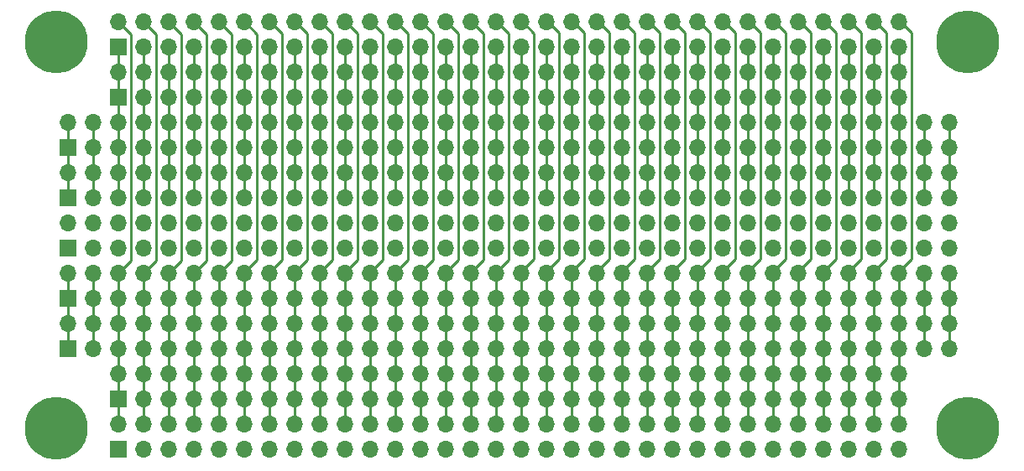
<source format=gbl>
%TF.GenerationSoftware,KiCad,Pcbnew,(6.0.1)*%
%TF.CreationDate,2022-10-05T19:20:55-04:00*%
%TF.ProjectId,MOD-DIY,4d4f442d-4449-4592-9e6b-696361645f70,rev?*%
%TF.SameCoordinates,Original*%
%TF.FileFunction,Copper,L2,Bot*%
%TF.FilePolarity,Positive*%
%FSLAX46Y46*%
G04 Gerber Fmt 4.6, Leading zero omitted, Abs format (unit mm)*
G04 Created by KiCad (PCBNEW (6.0.1)) date 2022-10-05 19:20:55*
%MOMM*%
%LPD*%
G01*
G04 APERTURE LIST*
%TA.AperFunction,ComponentPad*%
%ADD10R,1.700000X1.700000*%
%TD*%
%TA.AperFunction,ComponentPad*%
%ADD11O,1.700000X1.700000*%
%TD*%
%TA.AperFunction,ComponentPad*%
%ADD12C,6.350000*%
%TD*%
%TA.AperFunction,Conductor*%
%ADD13C,0.250000*%
%TD*%
G04 APERTURE END LIST*
D10*
%TO.P,J7,1,Pin_1*%
%TO.N,/E01*%
X95250000Y-59690000D03*
D11*
%TO.P,J7,2,Pin_2*%
X95250000Y-57150000D03*
%TO.P,J7,3,Pin_3*%
%TO.N,/E03*%
X97790000Y-59690000D03*
%TO.P,J7,4,Pin_4*%
X97790000Y-57150000D03*
%TO.P,J7,5,Pin_5*%
%TO.N,/N01*%
X100330000Y-59690000D03*
%TO.P,J7,6,Pin_6*%
X100330000Y-57150000D03*
%TO.P,J7,7,Pin_7*%
%TO.N,/N03*%
X102870000Y-59690000D03*
%TO.P,J7,8,Pin_8*%
X102870000Y-57150000D03*
%TO.P,J7,9,Pin_9*%
%TO.N,/N05*%
X105410000Y-59690000D03*
%TO.P,J7,10,Pin_10*%
X105410000Y-57150000D03*
%TO.P,J7,11,Pin_11*%
%TO.N,/N07*%
X107950000Y-59690000D03*
%TO.P,J7,12,Pin_12*%
X107950000Y-57150000D03*
%TO.P,J7,13,Pin_13*%
%TO.N,/N09*%
X110490000Y-59690000D03*
%TO.P,J7,14,Pin_14*%
X110490000Y-57150000D03*
%TO.P,J7,15,Pin_15*%
%TO.N,/N11*%
X113030000Y-59690000D03*
%TO.P,J7,16,Pin_16*%
X113030000Y-57150000D03*
%TO.P,J7,17,Pin_17*%
%TO.N,/N13*%
X115570000Y-59690000D03*
%TO.P,J7,18,Pin_18*%
X115570000Y-57150000D03*
%TO.P,J7,19,Pin_19*%
%TO.N,/N15*%
X118110000Y-59690000D03*
%TO.P,J7,20,Pin_20*%
X118110000Y-57150000D03*
%TO.P,J7,21,Pin_21*%
%TO.N,/N17*%
X120650000Y-59690000D03*
%TO.P,J7,22,Pin_22*%
X120650000Y-57150000D03*
%TO.P,J7,23,Pin_23*%
%TO.N,/N19*%
X123190000Y-59690000D03*
%TO.P,J7,24,Pin_24*%
X123190000Y-57150000D03*
%TO.P,J7,25,Pin_25*%
%TO.N,/N21*%
X125730000Y-59690000D03*
%TO.P,J7,26,Pin_26*%
X125730000Y-57150000D03*
%TO.P,J7,27,Pin_27*%
%TO.N,/N23*%
X128270000Y-59690000D03*
%TO.P,J7,28,Pin_28*%
X128270000Y-57150000D03*
%TO.P,J7,29,Pin_29*%
%TO.N,/N25*%
X130810000Y-59690000D03*
%TO.P,J7,30,Pin_30*%
X130810000Y-57150000D03*
%TO.P,J7,31,Pin_31*%
%TO.N,/N27*%
X133350000Y-59690000D03*
%TO.P,J7,32,Pin_32*%
X133350000Y-57150000D03*
%TO.P,J7,33,Pin_33*%
%TO.N,/N29*%
X135890000Y-59690000D03*
%TO.P,J7,34,Pin_34*%
X135890000Y-57150000D03*
%TO.P,J7,35,Pin_35*%
%TO.N,/N31*%
X138430000Y-59690000D03*
%TO.P,J7,36,Pin_36*%
X138430000Y-57150000D03*
%TO.P,J7,37,Pin_37*%
%TO.N,/N33*%
X140970000Y-59690000D03*
%TO.P,J7,38,Pin_38*%
X140970000Y-57150000D03*
%TO.P,J7,39,Pin_39*%
%TO.N,/N35*%
X143510000Y-59690000D03*
%TO.P,J7,40,Pin_40*%
X143510000Y-57150000D03*
%TO.P,J7,41,Pin_41*%
%TO.N,/N37*%
X146050000Y-59690000D03*
%TO.P,J7,42,Pin_42*%
X146050000Y-57150000D03*
%TO.P,J7,43,Pin_43*%
%TO.N,/N39*%
X148590000Y-59690000D03*
%TO.P,J7,44,Pin_44*%
X148590000Y-57150000D03*
%TO.P,J7,45,Pin_45*%
%TO.N,/N41*%
X151130000Y-59690000D03*
%TO.P,J7,46,Pin_46*%
X151130000Y-57150000D03*
%TO.P,J7,47,Pin_47*%
%TO.N,/N43*%
X153670000Y-59690000D03*
%TO.P,J7,48,Pin_48*%
X153670000Y-57150000D03*
%TO.P,J7,49,Pin_49*%
%TO.N,/N45*%
X156210000Y-59690000D03*
%TO.P,J7,50,Pin_50*%
X156210000Y-57150000D03*
%TO.P,J7,51,Pin_51*%
%TO.N,/N47*%
X158750000Y-59690000D03*
%TO.P,J7,52,Pin_52*%
X158750000Y-57150000D03*
%TO.P,J7,53,Pin_53*%
%TO.N,/N49*%
X161290000Y-59690000D03*
%TO.P,J7,54,Pin_54*%
X161290000Y-57150000D03*
%TO.P,J7,55,Pin_55*%
%TO.N,/N51*%
X163830000Y-59690000D03*
%TO.P,J7,56,Pin_56*%
X163830000Y-57150000D03*
%TO.P,J7,57,Pin_57*%
%TO.N,/N53*%
X166370000Y-59690000D03*
%TO.P,J7,58,Pin_58*%
X166370000Y-57150000D03*
%TO.P,J7,59,Pin_59*%
%TO.N,/N55*%
X168910000Y-59690000D03*
%TO.P,J7,60,Pin_60*%
X168910000Y-57150000D03*
%TO.P,J7,61,Pin_61*%
%TO.N,/N57*%
X171450000Y-59690000D03*
%TO.P,J7,62,Pin_62*%
X171450000Y-57150000D03*
%TO.P,J7,63,Pin_63*%
%TO.N,/N59*%
X173990000Y-59690000D03*
%TO.P,J7,64,Pin_64*%
X173990000Y-57150000D03*
%TO.P,J7,65,Pin_65*%
%TO.N,/N61*%
X176530000Y-59690000D03*
%TO.P,J7,66,Pin_66*%
X176530000Y-57150000D03*
%TO.P,J7,67,Pin_67*%
%TO.N,/N63*%
X179070000Y-59690000D03*
%TO.P,J7,68,Pin_68*%
X179070000Y-57150000D03*
%TO.P,J7,69,Pin_69*%
%TO.N,/E69*%
X181610000Y-59690000D03*
%TO.P,J7,70,Pin_70*%
X181610000Y-57150000D03*
%TO.P,J7,71,Pin_71*%
%TO.N,/E71*%
X184150000Y-59690000D03*
%TO.P,J7,72,Pin_72*%
X184150000Y-57150000D03*
%TD*%
D12*
%TO.P,MTG1,1*%
%TO.N,N/C*%
X94000000Y-83000000D03*
%TD*%
D10*
%TO.P,J4,1,Pin_1*%
%TO.N,/E01*%
X95250000Y-54610000D03*
D11*
%TO.P,J4,2,Pin_2*%
X95250000Y-52070000D03*
%TO.P,J4,3,Pin_3*%
%TO.N,/E03*%
X97790000Y-54610000D03*
%TO.P,J4,4,Pin_4*%
X97790000Y-52070000D03*
%TO.P,J4,5,Pin_5*%
%TO.N,/N01*%
X100330000Y-54610000D03*
%TO.P,J4,6,Pin_6*%
X100330000Y-52070000D03*
%TO.P,J4,7,Pin_7*%
%TO.N,/N03*%
X102870000Y-54610000D03*
%TO.P,J4,8,Pin_8*%
X102870000Y-52070000D03*
%TO.P,J4,9,Pin_9*%
%TO.N,/N05*%
X105410000Y-54610000D03*
%TO.P,J4,10,Pin_10*%
X105410000Y-52070000D03*
%TO.P,J4,11,Pin_11*%
%TO.N,/N07*%
X107950000Y-54610000D03*
%TO.P,J4,12,Pin_12*%
X107950000Y-52070000D03*
%TO.P,J4,13,Pin_13*%
%TO.N,/N09*%
X110490000Y-54610000D03*
%TO.P,J4,14,Pin_14*%
X110490000Y-52070000D03*
%TO.P,J4,15,Pin_15*%
%TO.N,/N11*%
X113030000Y-54610000D03*
%TO.P,J4,16,Pin_16*%
X113030000Y-52070000D03*
%TO.P,J4,17,Pin_17*%
%TO.N,/N13*%
X115570000Y-54610000D03*
%TO.P,J4,18,Pin_18*%
X115570000Y-52070000D03*
%TO.P,J4,19,Pin_19*%
%TO.N,/N15*%
X118110000Y-54610000D03*
%TO.P,J4,20,Pin_20*%
X118110000Y-52070000D03*
%TO.P,J4,21,Pin_21*%
%TO.N,/N17*%
X120650000Y-54610000D03*
%TO.P,J4,22,Pin_22*%
X120650000Y-52070000D03*
%TO.P,J4,23,Pin_23*%
%TO.N,/N19*%
X123190000Y-54610000D03*
%TO.P,J4,24,Pin_24*%
X123190000Y-52070000D03*
%TO.P,J4,25,Pin_25*%
%TO.N,/N21*%
X125730000Y-54610000D03*
%TO.P,J4,26,Pin_26*%
X125730000Y-52070000D03*
%TO.P,J4,27,Pin_27*%
%TO.N,/N23*%
X128270000Y-54610000D03*
%TO.P,J4,28,Pin_28*%
X128270000Y-52070000D03*
%TO.P,J4,29,Pin_29*%
%TO.N,/N25*%
X130810000Y-54610000D03*
%TO.P,J4,30,Pin_30*%
X130810000Y-52070000D03*
%TO.P,J4,31,Pin_31*%
%TO.N,/N27*%
X133350000Y-54610000D03*
%TO.P,J4,32,Pin_32*%
X133350000Y-52070000D03*
%TO.P,J4,33,Pin_33*%
%TO.N,/N29*%
X135890000Y-54610000D03*
%TO.P,J4,34,Pin_34*%
X135890000Y-52070000D03*
%TO.P,J4,35,Pin_35*%
%TO.N,/N31*%
X138430000Y-54610000D03*
%TO.P,J4,36,Pin_36*%
X138430000Y-52070000D03*
%TO.P,J4,37,Pin_37*%
%TO.N,/N33*%
X140970000Y-54610000D03*
%TO.P,J4,38,Pin_38*%
X140970000Y-52070000D03*
%TO.P,J4,39,Pin_39*%
%TO.N,/N35*%
X143510000Y-54610000D03*
%TO.P,J4,40,Pin_40*%
X143510000Y-52070000D03*
%TO.P,J4,41,Pin_41*%
%TO.N,/N37*%
X146050000Y-54610000D03*
%TO.P,J4,42,Pin_42*%
X146050000Y-52070000D03*
%TO.P,J4,43,Pin_43*%
%TO.N,/N39*%
X148590000Y-54610000D03*
%TO.P,J4,44,Pin_44*%
X148590000Y-52070000D03*
%TO.P,J4,45,Pin_45*%
%TO.N,/N41*%
X151130000Y-54610000D03*
%TO.P,J4,46,Pin_46*%
X151130000Y-52070000D03*
%TO.P,J4,47,Pin_47*%
%TO.N,/N43*%
X153670000Y-54610000D03*
%TO.P,J4,48,Pin_48*%
X153670000Y-52070000D03*
%TO.P,J4,49,Pin_49*%
%TO.N,/N45*%
X156210000Y-54610000D03*
%TO.P,J4,50,Pin_50*%
X156210000Y-52070000D03*
%TO.P,J4,51,Pin_51*%
%TO.N,/N47*%
X158750000Y-54610000D03*
%TO.P,J4,52,Pin_52*%
X158750000Y-52070000D03*
%TO.P,J4,53,Pin_53*%
%TO.N,/N49*%
X161290000Y-54610000D03*
%TO.P,J4,54,Pin_54*%
X161290000Y-52070000D03*
%TO.P,J4,55,Pin_55*%
%TO.N,/N51*%
X163830000Y-54610000D03*
%TO.P,J4,56,Pin_56*%
X163830000Y-52070000D03*
%TO.P,J4,57,Pin_57*%
%TO.N,/N53*%
X166370000Y-54610000D03*
%TO.P,J4,58,Pin_58*%
X166370000Y-52070000D03*
%TO.P,J4,59,Pin_59*%
%TO.N,/N55*%
X168910000Y-54610000D03*
%TO.P,J4,60,Pin_60*%
X168910000Y-52070000D03*
%TO.P,J4,61,Pin_61*%
%TO.N,/N57*%
X171450000Y-54610000D03*
%TO.P,J4,62,Pin_62*%
X171450000Y-52070000D03*
%TO.P,J4,63,Pin_63*%
%TO.N,/N59*%
X173990000Y-54610000D03*
%TO.P,J4,64,Pin_64*%
X173990000Y-52070000D03*
%TO.P,J4,65,Pin_65*%
%TO.N,/N61*%
X176530000Y-54610000D03*
%TO.P,J4,66,Pin_66*%
X176530000Y-52070000D03*
%TO.P,J4,67,Pin_67*%
%TO.N,/N63*%
X179070000Y-54610000D03*
%TO.P,J4,68,Pin_68*%
X179070000Y-52070000D03*
%TO.P,J4,69,Pin_69*%
%TO.N,/E69*%
X181610000Y-54610000D03*
%TO.P,J4,70,Pin_70*%
X181610000Y-52070000D03*
%TO.P,J4,71,Pin_71*%
%TO.N,/E71*%
X184150000Y-54610000D03*
%TO.P,J4,72,Pin_72*%
X184150000Y-52070000D03*
%TD*%
D10*
%TO.P,J9,1,Pin_1*%
%TO.N,/N02*%
X100330000Y-80010000D03*
D11*
%TO.P,J9,2,Pin_2*%
X100330000Y-77470000D03*
%TO.P,J9,3,Pin_3*%
%TO.N,/N04*%
X102870000Y-80010000D03*
%TO.P,J9,4,Pin_4*%
X102870000Y-77470000D03*
%TO.P,J9,5,Pin_5*%
%TO.N,/N06*%
X105410000Y-80010000D03*
%TO.P,J9,6,Pin_6*%
X105410000Y-77470000D03*
%TO.P,J9,7,Pin_7*%
%TO.N,/N08*%
X107950000Y-80010000D03*
%TO.P,J9,8,Pin_8*%
X107950000Y-77470000D03*
%TO.P,J9,9,Pin_9*%
%TO.N,/N10*%
X110490000Y-80010000D03*
%TO.P,J9,10,Pin_10*%
X110490000Y-77470000D03*
%TO.P,J9,11,Pin_11*%
%TO.N,/N12*%
X113030000Y-80010000D03*
%TO.P,J9,12,Pin_12*%
X113030000Y-77470000D03*
%TO.P,J9,13,Pin_13*%
%TO.N,/N14*%
X115570000Y-80010000D03*
%TO.P,J9,14,Pin_14*%
X115570000Y-77470000D03*
%TO.P,J9,15,Pin_15*%
%TO.N,/N16*%
X118110000Y-80010000D03*
%TO.P,J9,16,Pin_16*%
X118110000Y-77470000D03*
%TO.P,J9,17,Pin_17*%
%TO.N,/N18*%
X120650000Y-80010000D03*
%TO.P,J9,18,Pin_18*%
X120650000Y-77470000D03*
%TO.P,J9,19,Pin_19*%
%TO.N,/N20*%
X123190000Y-80010000D03*
%TO.P,J9,20,Pin_20*%
X123190000Y-77470000D03*
%TO.P,J9,21,Pin_21*%
%TO.N,/N22*%
X125730000Y-80010000D03*
%TO.P,J9,22,Pin_22*%
X125730000Y-77470000D03*
%TO.P,J9,23,Pin_23*%
%TO.N,/N24*%
X128270000Y-80010000D03*
%TO.P,J9,24,Pin_24*%
X128270000Y-77470000D03*
%TO.P,J9,25,Pin_25*%
%TO.N,/N26*%
X130810000Y-80010000D03*
%TO.P,J9,26,Pin_26*%
X130810000Y-77470000D03*
%TO.P,J9,27,Pin_27*%
%TO.N,/N28*%
X133350000Y-80010000D03*
%TO.P,J9,28,Pin_28*%
X133350000Y-77470000D03*
%TO.P,J9,29,Pin_29*%
%TO.N,/N30*%
X135890000Y-80010000D03*
%TO.P,J9,30,Pin_30*%
X135890000Y-77470000D03*
%TO.P,J9,31,Pin_31*%
%TO.N,/N32*%
X138430000Y-80010000D03*
%TO.P,J9,32,Pin_32*%
X138430000Y-77470000D03*
%TO.P,J9,33,Pin_33*%
%TO.N,/N34*%
X140970000Y-80010000D03*
%TO.P,J9,34,Pin_34*%
X140970000Y-77470000D03*
%TO.P,J9,35,Pin_35*%
%TO.N,/N36*%
X143510000Y-80010000D03*
%TO.P,J9,36,Pin_36*%
X143510000Y-77470000D03*
%TO.P,J9,37,Pin_37*%
%TO.N,/N38*%
X146050000Y-80010000D03*
%TO.P,J9,38,Pin_38*%
X146050000Y-77470000D03*
%TO.P,J9,39,Pin_39*%
%TO.N,/N40*%
X148590000Y-80010000D03*
%TO.P,J9,40,Pin_40*%
X148590000Y-77470000D03*
%TO.P,J9,41,Pin_41*%
%TO.N,/N42*%
X151130000Y-80010000D03*
%TO.P,J9,42,Pin_42*%
X151130000Y-77470000D03*
%TO.P,J9,43,Pin_43*%
%TO.N,/N44*%
X153670000Y-80010000D03*
%TO.P,J9,44,Pin_44*%
X153670000Y-77470000D03*
%TO.P,J9,45,Pin_45*%
%TO.N,/N46*%
X156210000Y-80010000D03*
%TO.P,J9,46,Pin_46*%
X156210000Y-77470000D03*
%TO.P,J9,47,Pin_47*%
%TO.N,/N48*%
X158750000Y-80010000D03*
%TO.P,J9,48,Pin_48*%
X158750000Y-77470000D03*
%TO.P,J9,49,Pin_49*%
%TO.N,/N50*%
X161290000Y-80010000D03*
%TO.P,J9,50,Pin_50*%
X161290000Y-77470000D03*
%TO.P,J9,51,Pin_51*%
%TO.N,/N52*%
X163830000Y-80010000D03*
%TO.P,J9,52,Pin_52*%
X163830000Y-77470000D03*
%TO.P,J9,53,Pin_53*%
%TO.N,/N54*%
X166370000Y-80010000D03*
%TO.P,J9,54,Pin_54*%
X166370000Y-77470000D03*
%TO.P,J9,55,Pin_55*%
%TO.N,/N56*%
X168910000Y-80010000D03*
%TO.P,J9,56,Pin_56*%
X168910000Y-77470000D03*
%TO.P,J9,57,Pin_57*%
%TO.N,/N58*%
X171450000Y-80010000D03*
%TO.P,J9,58,Pin_58*%
X171450000Y-77470000D03*
%TO.P,J9,59,Pin_59*%
%TO.N,/N60*%
X173990000Y-80010000D03*
%TO.P,J9,60,Pin_60*%
X173990000Y-77470000D03*
%TO.P,J9,61,Pin_61*%
%TO.N,/N62*%
X176530000Y-80010000D03*
%TO.P,J9,62,Pin_62*%
X176530000Y-77470000D03*
%TO.P,J9,63,Pin_63*%
%TO.N,/N64*%
X179070000Y-80010000D03*
%TO.P,J9,64,Pin_64*%
X179070000Y-77470000D03*
%TD*%
D10*
%TO.P,J5,1,Pin_1*%
%TO.N,/N01*%
X100330000Y-49530000D03*
D11*
%TO.P,J5,2,Pin_2*%
X100330000Y-46990000D03*
%TO.P,J5,3,Pin_3*%
%TO.N,/N03*%
X102870000Y-49530000D03*
%TO.P,J5,4,Pin_4*%
X102870000Y-46990000D03*
%TO.P,J5,5,Pin_5*%
%TO.N,/N05*%
X105410000Y-49530000D03*
%TO.P,J5,6,Pin_6*%
X105410000Y-46990000D03*
%TO.P,J5,7,Pin_7*%
%TO.N,/N07*%
X107950000Y-49530000D03*
%TO.P,J5,8,Pin_8*%
X107950000Y-46990000D03*
%TO.P,J5,9,Pin_9*%
%TO.N,/N09*%
X110490000Y-49530000D03*
%TO.P,J5,10,Pin_10*%
X110490000Y-46990000D03*
%TO.P,J5,11,Pin_11*%
%TO.N,/N11*%
X113030000Y-49530000D03*
%TO.P,J5,12,Pin_12*%
X113030000Y-46990000D03*
%TO.P,J5,13,Pin_13*%
%TO.N,/N13*%
X115570000Y-49530000D03*
%TO.P,J5,14,Pin_14*%
X115570000Y-46990000D03*
%TO.P,J5,15,Pin_15*%
%TO.N,/N15*%
X118110000Y-49530000D03*
%TO.P,J5,16,Pin_16*%
X118110000Y-46990000D03*
%TO.P,J5,17,Pin_17*%
%TO.N,/N17*%
X120650000Y-49530000D03*
%TO.P,J5,18,Pin_18*%
X120650000Y-46990000D03*
%TO.P,J5,19,Pin_19*%
%TO.N,/N19*%
X123190000Y-49530000D03*
%TO.P,J5,20,Pin_20*%
X123190000Y-46990000D03*
%TO.P,J5,21,Pin_21*%
%TO.N,/N21*%
X125730000Y-49530000D03*
%TO.P,J5,22,Pin_22*%
X125730000Y-46990000D03*
%TO.P,J5,23,Pin_23*%
%TO.N,/N23*%
X128270000Y-49530000D03*
%TO.P,J5,24,Pin_24*%
X128270000Y-46990000D03*
%TO.P,J5,25,Pin_25*%
%TO.N,/N25*%
X130810000Y-49530000D03*
%TO.P,J5,26,Pin_26*%
X130810000Y-46990000D03*
%TO.P,J5,27,Pin_27*%
%TO.N,/N27*%
X133350000Y-49530000D03*
%TO.P,J5,28,Pin_28*%
X133350000Y-46990000D03*
%TO.P,J5,29,Pin_29*%
%TO.N,/N29*%
X135890000Y-49530000D03*
%TO.P,J5,30,Pin_30*%
X135890000Y-46990000D03*
%TO.P,J5,31,Pin_31*%
%TO.N,/N31*%
X138430000Y-49530000D03*
%TO.P,J5,32,Pin_32*%
X138430000Y-46990000D03*
%TO.P,J5,33,Pin_33*%
%TO.N,/N33*%
X140970000Y-49530000D03*
%TO.P,J5,34,Pin_34*%
X140970000Y-46990000D03*
%TO.P,J5,35,Pin_35*%
%TO.N,/N35*%
X143510000Y-49530000D03*
%TO.P,J5,36,Pin_36*%
X143510000Y-46990000D03*
%TO.P,J5,37,Pin_37*%
%TO.N,/N37*%
X146050000Y-49530000D03*
%TO.P,J5,38,Pin_38*%
X146050000Y-46990000D03*
%TO.P,J5,39,Pin_39*%
%TO.N,/N39*%
X148590000Y-49530000D03*
%TO.P,J5,40,Pin_40*%
X148590000Y-46990000D03*
%TO.P,J5,41,Pin_41*%
%TO.N,/N41*%
X151130000Y-49530000D03*
%TO.P,J5,42,Pin_42*%
X151130000Y-46990000D03*
%TO.P,J5,43,Pin_43*%
%TO.N,/N43*%
X153670000Y-49530000D03*
%TO.P,J5,44,Pin_44*%
X153670000Y-46990000D03*
%TO.P,J5,45,Pin_45*%
%TO.N,/N45*%
X156210000Y-49530000D03*
%TO.P,J5,46,Pin_46*%
X156210000Y-46990000D03*
%TO.P,J5,47,Pin_47*%
%TO.N,/N47*%
X158750000Y-49530000D03*
%TO.P,J5,48,Pin_48*%
X158750000Y-46990000D03*
%TO.P,J5,49,Pin_49*%
%TO.N,/N49*%
X161290000Y-49530000D03*
%TO.P,J5,50,Pin_50*%
X161290000Y-46990000D03*
%TO.P,J5,51,Pin_51*%
%TO.N,/N51*%
X163830000Y-49530000D03*
%TO.P,J5,52,Pin_52*%
X163830000Y-46990000D03*
%TO.P,J5,53,Pin_53*%
%TO.N,/N53*%
X166370000Y-49530000D03*
%TO.P,J5,54,Pin_54*%
X166370000Y-46990000D03*
%TO.P,J5,55,Pin_55*%
%TO.N,/N55*%
X168910000Y-49530000D03*
%TO.P,J5,56,Pin_56*%
X168910000Y-46990000D03*
%TO.P,J5,57,Pin_57*%
%TO.N,/N57*%
X171450000Y-49530000D03*
%TO.P,J5,58,Pin_58*%
X171450000Y-46990000D03*
%TO.P,J5,59,Pin_59*%
%TO.N,/N59*%
X173990000Y-49530000D03*
%TO.P,J5,60,Pin_60*%
X173990000Y-46990000D03*
%TO.P,J5,61,Pin_61*%
%TO.N,/N61*%
X176530000Y-49530000D03*
%TO.P,J5,62,Pin_62*%
X176530000Y-46990000D03*
%TO.P,J5,63,Pin_63*%
%TO.N,/N63*%
X179070000Y-49530000D03*
%TO.P,J5,64,Pin_64*%
X179070000Y-46990000D03*
%TD*%
D12*
%TO.P,MTG3,1*%
%TO.N,N/C*%
X94000000Y-44000000D03*
%TD*%
D10*
%TO.P,J8,1,Pin_1*%
%TO.N,/E02*%
X95250000Y-69850000D03*
D11*
%TO.P,J8,2,Pin_2*%
X95250000Y-67310000D03*
%TO.P,J8,3,Pin_3*%
%TO.N,/E04*%
X97790000Y-69850000D03*
%TO.P,J8,4,Pin_4*%
X97790000Y-67310000D03*
%TO.P,J8,5,Pin_5*%
%TO.N,/N02*%
X100330000Y-69850000D03*
%TO.P,J8,6,Pin_6*%
X100330000Y-67310000D03*
%TO.P,J8,7,Pin_7*%
%TO.N,/N04*%
X102870000Y-69850000D03*
%TO.P,J8,8,Pin_8*%
X102870000Y-67310000D03*
%TO.P,J8,9,Pin_9*%
%TO.N,/N06*%
X105410000Y-69850000D03*
%TO.P,J8,10,Pin_10*%
X105410000Y-67310000D03*
%TO.P,J8,11,Pin_11*%
%TO.N,/N08*%
X107950000Y-69850000D03*
%TO.P,J8,12,Pin_12*%
X107950000Y-67310000D03*
%TO.P,J8,13,Pin_13*%
%TO.N,/N10*%
X110490000Y-69850000D03*
%TO.P,J8,14,Pin_14*%
X110490000Y-67310000D03*
%TO.P,J8,15,Pin_15*%
%TO.N,/N12*%
X113030000Y-69850000D03*
%TO.P,J8,16,Pin_16*%
X113030000Y-67310000D03*
%TO.P,J8,17,Pin_17*%
%TO.N,/N14*%
X115570000Y-69850000D03*
%TO.P,J8,18,Pin_18*%
X115570000Y-67310000D03*
%TO.P,J8,19,Pin_19*%
%TO.N,/N16*%
X118110000Y-69850000D03*
%TO.P,J8,20,Pin_20*%
X118110000Y-67310000D03*
%TO.P,J8,21,Pin_21*%
%TO.N,/N18*%
X120650000Y-69850000D03*
%TO.P,J8,22,Pin_22*%
X120650000Y-67310000D03*
%TO.P,J8,23,Pin_23*%
%TO.N,/N20*%
X123190000Y-69850000D03*
%TO.P,J8,24,Pin_24*%
X123190000Y-67310000D03*
%TO.P,J8,25,Pin_25*%
%TO.N,/N22*%
X125730000Y-69850000D03*
%TO.P,J8,26,Pin_26*%
X125730000Y-67310000D03*
%TO.P,J8,27,Pin_27*%
%TO.N,/N24*%
X128270000Y-69850000D03*
%TO.P,J8,28,Pin_28*%
X128270000Y-67310000D03*
%TO.P,J8,29,Pin_29*%
%TO.N,/N26*%
X130810000Y-69850000D03*
%TO.P,J8,30,Pin_30*%
X130810000Y-67310000D03*
%TO.P,J8,31,Pin_31*%
%TO.N,/N28*%
X133350000Y-69850000D03*
%TO.P,J8,32,Pin_32*%
X133350000Y-67310000D03*
%TO.P,J8,33,Pin_33*%
%TO.N,/N30*%
X135890000Y-69850000D03*
%TO.P,J8,34,Pin_34*%
X135890000Y-67310000D03*
%TO.P,J8,35,Pin_35*%
%TO.N,/N32*%
X138430000Y-69850000D03*
%TO.P,J8,36,Pin_36*%
X138430000Y-67310000D03*
%TO.P,J8,37,Pin_37*%
%TO.N,/N34*%
X140970000Y-69850000D03*
%TO.P,J8,38,Pin_38*%
X140970000Y-67310000D03*
%TO.P,J8,39,Pin_39*%
%TO.N,/N36*%
X143510000Y-69850000D03*
%TO.P,J8,40,Pin_40*%
X143510000Y-67310000D03*
%TO.P,J8,41,Pin_41*%
%TO.N,/N38*%
X146050000Y-69850000D03*
%TO.P,J8,42,Pin_42*%
X146050000Y-67310000D03*
%TO.P,J8,43,Pin_43*%
%TO.N,/N40*%
X148590000Y-69850000D03*
%TO.P,J8,44,Pin_44*%
X148590000Y-67310000D03*
%TO.P,J8,45,Pin_45*%
%TO.N,/N42*%
X151130000Y-69850000D03*
%TO.P,J8,46,Pin_46*%
X151130000Y-67310000D03*
%TO.P,J8,47,Pin_47*%
%TO.N,/N44*%
X153670000Y-69850000D03*
%TO.P,J8,48,Pin_48*%
X153670000Y-67310000D03*
%TO.P,J8,49,Pin_49*%
%TO.N,/N46*%
X156210000Y-69850000D03*
%TO.P,J8,50,Pin_50*%
X156210000Y-67310000D03*
%TO.P,J8,51,Pin_51*%
%TO.N,/N48*%
X158750000Y-69850000D03*
%TO.P,J8,52,Pin_52*%
X158750000Y-67310000D03*
%TO.P,J8,53,Pin_53*%
%TO.N,/N50*%
X161290000Y-69850000D03*
%TO.P,J8,54,Pin_54*%
X161290000Y-67310000D03*
%TO.P,J8,55,Pin_55*%
%TO.N,/N52*%
X163830000Y-69850000D03*
%TO.P,J8,56,Pin_56*%
X163830000Y-67310000D03*
%TO.P,J8,57,Pin_57*%
%TO.N,/N54*%
X166370000Y-69850000D03*
%TO.P,J8,58,Pin_58*%
X166370000Y-67310000D03*
%TO.P,J8,59,Pin_59*%
%TO.N,/N56*%
X168910000Y-69850000D03*
%TO.P,J8,60,Pin_60*%
X168910000Y-67310000D03*
%TO.P,J8,61,Pin_61*%
%TO.N,/N58*%
X171450000Y-69850000D03*
%TO.P,J8,62,Pin_62*%
X171450000Y-67310000D03*
%TO.P,J8,63,Pin_63*%
%TO.N,/N60*%
X173990000Y-69850000D03*
%TO.P,J8,64,Pin_64*%
X173990000Y-67310000D03*
%TO.P,J8,65,Pin_65*%
%TO.N,/N62*%
X176530000Y-69850000D03*
%TO.P,J8,66,Pin_66*%
X176530000Y-67310000D03*
%TO.P,J8,67,Pin_67*%
%TO.N,/N64*%
X179070000Y-69850000D03*
%TO.P,J8,68,Pin_68*%
X179070000Y-67310000D03*
%TO.P,J8,69,Pin_69*%
%TO.N,/E70*%
X181610000Y-69850000D03*
%TO.P,J8,70,Pin_70*%
X181610000Y-67310000D03*
%TO.P,J8,71,Pin_71*%
%TO.N,/E72*%
X184150000Y-69850000D03*
%TO.P,J8,72,Pin_72*%
X184150000Y-67310000D03*
%TD*%
D10*
%TO.P,J1,1,Pin_1*%
%TO.N,Net-(J1-Pad53)*%
X95250000Y-64770000D03*
D11*
%TO.P,J1,2,Pin_2*%
%TO.N,Net-(J1-Pad58)*%
X95250000Y-62230000D03*
%TO.P,J1,3,Pin_3*%
%TO.N,Net-(J1-Pad53)*%
X97790000Y-64770000D03*
%TO.P,J1,4,Pin_4*%
%TO.N,Net-(J1-Pad58)*%
X97790000Y-62230000D03*
%TO.P,J1,5,Pin_5*%
%TO.N,Net-(J1-Pad53)*%
X100330000Y-64770000D03*
%TO.P,J1,6,Pin_6*%
%TO.N,Net-(J1-Pad58)*%
X100330000Y-62230000D03*
%TO.P,J1,7,Pin_7*%
%TO.N,Net-(J1-Pad53)*%
X102870000Y-64770000D03*
%TO.P,J1,8,Pin_8*%
%TO.N,Net-(J1-Pad58)*%
X102870000Y-62230000D03*
%TO.P,J1,9,Pin_9*%
%TO.N,Net-(J1-Pad53)*%
X105410000Y-64770000D03*
%TO.P,J1,10,Pin_10*%
%TO.N,Net-(J1-Pad58)*%
X105410000Y-62230000D03*
%TO.P,J1,11,Pin_11*%
%TO.N,Net-(J1-Pad53)*%
X107950000Y-64770000D03*
%TO.P,J1,12,Pin_12*%
%TO.N,Net-(J1-Pad58)*%
X107950000Y-62230000D03*
%TO.P,J1,13,Pin_13*%
%TO.N,Net-(J1-Pad53)*%
X110490000Y-64770000D03*
%TO.P,J1,14,Pin_14*%
%TO.N,Net-(J1-Pad58)*%
X110490000Y-62230000D03*
%TO.P,J1,15,Pin_15*%
%TO.N,Net-(J1-Pad53)*%
X113030000Y-64770000D03*
%TO.P,J1,16,Pin_16*%
%TO.N,Net-(J1-Pad58)*%
X113030000Y-62230000D03*
%TO.P,J1,17,Pin_17*%
%TO.N,Net-(J1-Pad53)*%
X115570000Y-64770000D03*
%TO.P,J1,18,Pin_18*%
%TO.N,Net-(J1-Pad58)*%
X115570000Y-62230000D03*
%TO.P,J1,19,Pin_19*%
%TO.N,Net-(J1-Pad53)*%
X118110000Y-64770000D03*
%TO.P,J1,20,Pin_20*%
%TO.N,Net-(J1-Pad58)*%
X118110000Y-62230000D03*
%TO.P,J1,21,Pin_21*%
%TO.N,Net-(J1-Pad53)*%
X120650000Y-64770000D03*
%TO.P,J1,22,Pin_22*%
%TO.N,Net-(J1-Pad58)*%
X120650000Y-62230000D03*
%TO.P,J1,23,Pin_23*%
%TO.N,Net-(J1-Pad53)*%
X123190000Y-64770000D03*
%TO.P,J1,24,Pin_24*%
%TO.N,Net-(J1-Pad58)*%
X123190000Y-62230000D03*
%TO.P,J1,25,Pin_25*%
%TO.N,Net-(J1-Pad53)*%
X125730000Y-64770000D03*
%TO.P,J1,26,Pin_26*%
%TO.N,Net-(J1-Pad58)*%
X125730000Y-62230000D03*
%TO.P,J1,27,Pin_27*%
%TO.N,Net-(J1-Pad53)*%
X128270000Y-64770000D03*
%TO.P,J1,28,Pin_28*%
%TO.N,Net-(J1-Pad58)*%
X128270000Y-62230000D03*
%TO.P,J1,29,Pin_29*%
%TO.N,Net-(J1-Pad53)*%
X130810000Y-64770000D03*
%TO.P,J1,30,Pin_30*%
%TO.N,Net-(J1-Pad58)*%
X130810000Y-62230000D03*
%TO.P,J1,31,Pin_31*%
%TO.N,Net-(J1-Pad53)*%
X133350000Y-64770000D03*
%TO.P,J1,32,Pin_32*%
%TO.N,Net-(J1-Pad58)*%
X133350000Y-62230000D03*
%TO.P,J1,33,Pin_33*%
%TO.N,Net-(J1-Pad53)*%
X135890000Y-64770000D03*
%TO.P,J1,34,Pin_34*%
%TO.N,Net-(J1-Pad58)*%
X135890000Y-62230000D03*
%TO.P,J1,35,Pin_35*%
%TO.N,Net-(J1-Pad53)*%
X138430000Y-64770000D03*
%TO.P,J1,36,Pin_36*%
%TO.N,Net-(J1-Pad58)*%
X138430000Y-62230000D03*
%TO.P,J1,37,Pin_37*%
%TO.N,Net-(J1-Pad53)*%
X140970000Y-64770000D03*
%TO.P,J1,38,Pin_38*%
%TO.N,Net-(J1-Pad58)*%
X140970000Y-62230000D03*
%TO.P,J1,39,Pin_39*%
%TO.N,Net-(J1-Pad53)*%
X143510000Y-64770000D03*
%TO.P,J1,40,Pin_40*%
%TO.N,Net-(J1-Pad58)*%
X143510000Y-62230000D03*
%TO.P,J1,41,Pin_41*%
%TO.N,Net-(J1-Pad53)*%
X146050000Y-64770000D03*
%TO.P,J1,42,Pin_42*%
%TO.N,Net-(J1-Pad58)*%
X146050000Y-62230000D03*
%TO.P,J1,43,Pin_43*%
%TO.N,Net-(J1-Pad53)*%
X148590000Y-64770000D03*
%TO.P,J1,44,Pin_44*%
%TO.N,Net-(J1-Pad58)*%
X148590000Y-62230000D03*
%TO.P,J1,45,Pin_45*%
%TO.N,Net-(J1-Pad53)*%
X151130000Y-64770000D03*
%TO.P,J1,46,Pin_46*%
%TO.N,Net-(J1-Pad58)*%
X151130000Y-62230000D03*
%TO.P,J1,47,Pin_47*%
%TO.N,Net-(J1-Pad53)*%
X153670000Y-64770000D03*
%TO.P,J1,48,Pin_48*%
%TO.N,Net-(J1-Pad58)*%
X153670000Y-62230000D03*
%TO.P,J1,49,Pin_49*%
%TO.N,Net-(J1-Pad53)*%
X156210000Y-64770000D03*
%TO.P,J1,50,Pin_50*%
%TO.N,Net-(J1-Pad58)*%
X156210000Y-62230000D03*
%TO.P,J1,51,Pin_51*%
%TO.N,Net-(J1-Pad53)*%
X158750000Y-64770000D03*
%TO.P,J1,52,Pin_52*%
%TO.N,Net-(J1-Pad58)*%
X158750000Y-62230000D03*
%TO.P,J1,53,Pin_53*%
%TO.N,Net-(J1-Pad53)*%
X161290000Y-64770000D03*
%TO.P,J1,54,Pin_54*%
%TO.N,Net-(J1-Pad58)*%
X161290000Y-62230000D03*
%TO.P,J1,55,Pin_55*%
%TO.N,Net-(J1-Pad53)*%
X163830000Y-64770000D03*
%TO.P,J1,56,Pin_56*%
%TO.N,Net-(J1-Pad58)*%
X163830000Y-62230000D03*
%TO.P,J1,57,Pin_57*%
%TO.N,Net-(J1-Pad53)*%
X166370000Y-64770000D03*
%TO.P,J1,58,Pin_58*%
%TO.N,Net-(J1-Pad58)*%
X166370000Y-62230000D03*
%TO.P,J1,59,Pin_59*%
%TO.N,Net-(J1-Pad53)*%
X168910000Y-64770000D03*
%TO.P,J1,60,Pin_60*%
%TO.N,Net-(J1-Pad58)*%
X168910000Y-62230000D03*
%TO.P,J1,61,Pin_61*%
%TO.N,Net-(J1-Pad53)*%
X171450000Y-64770000D03*
%TO.P,J1,62,Pin_62*%
%TO.N,Net-(J1-Pad58)*%
X171450000Y-62230000D03*
%TO.P,J1,63,Pin_63*%
%TO.N,Net-(J1-Pad53)*%
X173990000Y-64770000D03*
%TO.P,J1,64,Pin_64*%
%TO.N,Net-(J1-Pad58)*%
X173990000Y-62230000D03*
%TO.P,J1,65,Pin_65*%
%TO.N,Net-(J1-Pad53)*%
X176530000Y-64770000D03*
%TO.P,J1,66,Pin_66*%
%TO.N,Net-(J1-Pad58)*%
X176530000Y-62230000D03*
%TO.P,J1,67,Pin_67*%
%TO.N,Net-(J1-Pad53)*%
X179070000Y-64770000D03*
%TO.P,J1,68,Pin_68*%
%TO.N,Net-(J1-Pad58)*%
X179070000Y-62230000D03*
%TO.P,J1,69,Pin_69*%
%TO.N,Net-(J1-Pad53)*%
X181610000Y-64770000D03*
%TO.P,J1,70,Pin_70*%
%TO.N,Net-(J1-Pad58)*%
X181610000Y-62230000D03*
%TO.P,J1,71,Pin_71*%
%TO.N,Net-(J1-Pad53)*%
X184150000Y-64770000D03*
%TO.P,J1,72,Pin_72*%
%TO.N,Net-(J1-Pad58)*%
X184150000Y-62230000D03*
%TD*%
D10*
%TO.P,J2,1,Pin_1*%
%TO.N,/N01*%
X100324996Y-44450000D03*
D11*
%TO.P,J2,2,Pin_2*%
%TO.N,/N02*%
X100324996Y-41910000D03*
%TO.P,J2,3,Pin_3*%
%TO.N,/N03*%
X102864996Y-44450000D03*
%TO.P,J2,4,Pin_4*%
%TO.N,/N04*%
X102864996Y-41910000D03*
%TO.P,J2,5,Pin_5*%
%TO.N,/N05*%
X105404996Y-44450000D03*
%TO.P,J2,6,Pin_6*%
%TO.N,/N06*%
X105404996Y-41910000D03*
%TO.P,J2,7,Pin_7*%
%TO.N,/N07*%
X107944996Y-44450000D03*
%TO.P,J2,8,Pin_8*%
%TO.N,/N08*%
X107944996Y-41910000D03*
%TO.P,J2,9,Pin_9*%
%TO.N,/N09*%
X110484996Y-44450000D03*
%TO.P,J2,10,Pin_10*%
%TO.N,/N10*%
X110484996Y-41910000D03*
%TO.P,J2,11,Pin_11*%
%TO.N,/N11*%
X113024996Y-44450000D03*
%TO.P,J2,12,Pin_12*%
%TO.N,/N12*%
X113024996Y-41910000D03*
%TO.P,J2,13,Pin_13*%
%TO.N,/N13*%
X115564996Y-44450000D03*
%TO.P,J2,14,Pin_14*%
%TO.N,/N14*%
X115564996Y-41910000D03*
%TO.P,J2,15,Pin_15*%
%TO.N,/N15*%
X118104996Y-44450000D03*
%TO.P,J2,16,Pin_16*%
%TO.N,/N16*%
X118104996Y-41910000D03*
%TO.P,J2,17,Pin_17*%
%TO.N,/N17*%
X120644996Y-44450000D03*
%TO.P,J2,18,Pin_18*%
%TO.N,/N18*%
X120644996Y-41910000D03*
%TO.P,J2,19,Pin_19*%
%TO.N,/N19*%
X123184996Y-44450000D03*
%TO.P,J2,20,Pin_20*%
%TO.N,/N20*%
X123184996Y-41910000D03*
%TO.P,J2,21,Pin_21*%
%TO.N,/N21*%
X125724996Y-44450000D03*
%TO.P,J2,22,Pin_22*%
%TO.N,/N22*%
X125724996Y-41910000D03*
%TO.P,J2,23,Pin_23*%
%TO.N,/N23*%
X128264996Y-44450000D03*
%TO.P,J2,24,Pin_24*%
%TO.N,/N24*%
X128264996Y-41910000D03*
%TO.P,J2,25,Pin_25*%
%TO.N,/N25*%
X130804996Y-44450000D03*
%TO.P,J2,26,Pin_26*%
%TO.N,/N26*%
X130804996Y-41910000D03*
%TO.P,J2,27,Pin_27*%
%TO.N,/N27*%
X133344996Y-44450000D03*
%TO.P,J2,28,Pin_28*%
%TO.N,/N28*%
X133344996Y-41910000D03*
%TO.P,J2,29,Pin_29*%
%TO.N,/N29*%
X135884996Y-44450000D03*
%TO.P,J2,30,Pin_30*%
%TO.N,/N30*%
X135884996Y-41910000D03*
%TO.P,J2,31,Pin_31*%
%TO.N,/N31*%
X138424996Y-44450000D03*
%TO.P,J2,32,Pin_32*%
%TO.N,/N32*%
X138424996Y-41910000D03*
%TO.P,J2,33,Pin_33*%
%TO.N,/N33*%
X140964996Y-44450000D03*
%TO.P,J2,34,Pin_34*%
%TO.N,/N34*%
X140964996Y-41910000D03*
%TO.P,J2,35,Pin_35*%
%TO.N,/N35*%
X143504996Y-44450000D03*
%TO.P,J2,36,Pin_36*%
%TO.N,/N36*%
X143504996Y-41910000D03*
%TO.P,J2,37,Pin_37*%
%TO.N,/N37*%
X146044996Y-44450000D03*
%TO.P,J2,38,Pin_38*%
%TO.N,/N38*%
X146044996Y-41910000D03*
%TO.P,J2,39,Pin_39*%
%TO.N,/N39*%
X148584996Y-44450000D03*
%TO.P,J2,40,Pin_40*%
%TO.N,/N40*%
X148584996Y-41910000D03*
%TO.P,J2,41,Pin_41*%
%TO.N,/N41*%
X151124996Y-44450000D03*
%TO.P,J2,42,Pin_42*%
%TO.N,/N42*%
X151124996Y-41910000D03*
%TO.P,J2,43,Pin_43*%
%TO.N,/N43*%
X153664996Y-44450000D03*
%TO.P,J2,44,Pin_44*%
%TO.N,/N44*%
X153664996Y-41910000D03*
%TO.P,J2,45,Pin_45*%
%TO.N,/N45*%
X156204996Y-44450000D03*
%TO.P,J2,46,Pin_46*%
%TO.N,/N46*%
X156204996Y-41910000D03*
%TO.P,J2,47,Pin_47*%
%TO.N,/N47*%
X158744996Y-44450000D03*
%TO.P,J2,48,Pin_48*%
%TO.N,/N48*%
X158744996Y-41910000D03*
%TO.P,J2,49,Pin_49*%
%TO.N,/N49*%
X161284996Y-44450000D03*
%TO.P,J2,50,Pin_50*%
%TO.N,/N50*%
X161284996Y-41910000D03*
%TO.P,J2,51,Pin_51*%
%TO.N,/N51*%
X163824996Y-44450000D03*
%TO.P,J2,52,Pin_52*%
%TO.N,/N52*%
X163824996Y-41910000D03*
%TO.P,J2,53,Pin_53*%
%TO.N,/N53*%
X166364996Y-44450000D03*
%TO.P,J2,54,Pin_54*%
%TO.N,/N54*%
X166364996Y-41910000D03*
%TO.P,J2,55,Pin_55*%
%TO.N,/N55*%
X168904996Y-44450000D03*
%TO.P,J2,56,Pin_56*%
%TO.N,/N56*%
X168904996Y-41910000D03*
%TO.P,J2,57,Pin_57*%
%TO.N,/N57*%
X171444996Y-44450000D03*
%TO.P,J2,58,Pin_58*%
%TO.N,/N58*%
X171444996Y-41910000D03*
%TO.P,J2,59,Pin_59*%
%TO.N,/N59*%
X173984996Y-44450000D03*
%TO.P,J2,60,Pin_60*%
%TO.N,/N60*%
X173984996Y-41910000D03*
%TO.P,J2,61,Pin_61*%
%TO.N,/N61*%
X176524996Y-44450000D03*
%TO.P,J2,62,Pin_62*%
%TO.N,/N62*%
X176524996Y-41910000D03*
%TO.P,J2,63,Pin_63*%
%TO.N,/N63*%
X179064996Y-44450000D03*
%TO.P,J2,64,Pin_64*%
%TO.N,/N64*%
X179064996Y-41910000D03*
%TD*%
D10*
%TO.P,J6,1,Pin_1*%
%TO.N,/E02*%
X95250000Y-74930000D03*
D11*
%TO.P,J6,2,Pin_2*%
X95250000Y-72390000D03*
%TO.P,J6,3,Pin_3*%
%TO.N,/E04*%
X97790000Y-74930000D03*
%TO.P,J6,4,Pin_4*%
X97790000Y-72390000D03*
%TO.P,J6,5,Pin_5*%
%TO.N,/N02*%
X100330000Y-74930000D03*
%TO.P,J6,6,Pin_6*%
X100330000Y-72390000D03*
%TO.P,J6,7,Pin_7*%
%TO.N,/N04*%
X102870000Y-74930000D03*
%TO.P,J6,8,Pin_8*%
X102870000Y-72390000D03*
%TO.P,J6,9,Pin_9*%
%TO.N,/N06*%
X105410000Y-74930000D03*
%TO.P,J6,10,Pin_10*%
X105410000Y-72390000D03*
%TO.P,J6,11,Pin_11*%
%TO.N,/N08*%
X107950000Y-74930000D03*
%TO.P,J6,12,Pin_12*%
X107950000Y-72390000D03*
%TO.P,J6,13,Pin_13*%
%TO.N,/N10*%
X110490000Y-74930000D03*
%TO.P,J6,14,Pin_14*%
X110490000Y-72390000D03*
%TO.P,J6,15,Pin_15*%
%TO.N,/N12*%
X113030000Y-74930000D03*
%TO.P,J6,16,Pin_16*%
X113030000Y-72390000D03*
%TO.P,J6,17,Pin_17*%
%TO.N,/N14*%
X115570000Y-74930000D03*
%TO.P,J6,18,Pin_18*%
X115570000Y-72390000D03*
%TO.P,J6,19,Pin_19*%
%TO.N,/N16*%
X118110000Y-74930000D03*
%TO.P,J6,20,Pin_20*%
X118110000Y-72390000D03*
%TO.P,J6,21,Pin_21*%
%TO.N,/N18*%
X120650000Y-74930000D03*
%TO.P,J6,22,Pin_22*%
X120650000Y-72390000D03*
%TO.P,J6,23,Pin_23*%
%TO.N,/N20*%
X123190000Y-74930000D03*
%TO.P,J6,24,Pin_24*%
X123190000Y-72390000D03*
%TO.P,J6,25,Pin_25*%
%TO.N,/N22*%
X125730000Y-74930000D03*
%TO.P,J6,26,Pin_26*%
X125730000Y-72390000D03*
%TO.P,J6,27,Pin_27*%
%TO.N,/N24*%
X128270000Y-74930000D03*
%TO.P,J6,28,Pin_28*%
X128270000Y-72390000D03*
%TO.P,J6,29,Pin_29*%
%TO.N,/N26*%
X130810000Y-74930000D03*
%TO.P,J6,30,Pin_30*%
X130810000Y-72390000D03*
%TO.P,J6,31,Pin_31*%
%TO.N,/N28*%
X133350000Y-74930000D03*
%TO.P,J6,32,Pin_32*%
X133350000Y-72390000D03*
%TO.P,J6,33,Pin_33*%
%TO.N,/N30*%
X135890000Y-74930000D03*
%TO.P,J6,34,Pin_34*%
X135890000Y-72390000D03*
%TO.P,J6,35,Pin_35*%
%TO.N,/N32*%
X138430000Y-74930000D03*
%TO.P,J6,36,Pin_36*%
X138430000Y-72390000D03*
%TO.P,J6,37,Pin_37*%
%TO.N,/N34*%
X140970000Y-74930000D03*
%TO.P,J6,38,Pin_38*%
X140970000Y-72390000D03*
%TO.P,J6,39,Pin_39*%
%TO.N,/N36*%
X143510000Y-74930000D03*
%TO.P,J6,40,Pin_40*%
X143510000Y-72390000D03*
%TO.P,J6,41,Pin_41*%
%TO.N,/N38*%
X146050000Y-74930000D03*
%TO.P,J6,42,Pin_42*%
X146050000Y-72390000D03*
%TO.P,J6,43,Pin_43*%
%TO.N,/N40*%
X148590000Y-74930000D03*
%TO.P,J6,44,Pin_44*%
X148590000Y-72390000D03*
%TO.P,J6,45,Pin_45*%
%TO.N,/N42*%
X151130000Y-74930000D03*
%TO.P,J6,46,Pin_46*%
X151130000Y-72390000D03*
%TO.P,J6,47,Pin_47*%
%TO.N,/N44*%
X153670000Y-74930000D03*
%TO.P,J6,48,Pin_48*%
X153670000Y-72390000D03*
%TO.P,J6,49,Pin_49*%
%TO.N,/N46*%
X156210000Y-74930000D03*
%TO.P,J6,50,Pin_50*%
X156210000Y-72390000D03*
%TO.P,J6,51,Pin_51*%
%TO.N,/N48*%
X158750000Y-74930000D03*
%TO.P,J6,52,Pin_52*%
X158750000Y-72390000D03*
%TO.P,J6,53,Pin_53*%
%TO.N,/N50*%
X161290000Y-74930000D03*
%TO.P,J6,54,Pin_54*%
X161290000Y-72390000D03*
%TO.P,J6,55,Pin_55*%
%TO.N,/N52*%
X163830000Y-74930000D03*
%TO.P,J6,56,Pin_56*%
X163830000Y-72390000D03*
%TO.P,J6,57,Pin_57*%
%TO.N,/N54*%
X166370000Y-74930000D03*
%TO.P,J6,58,Pin_58*%
X166370000Y-72390000D03*
%TO.P,J6,59,Pin_59*%
%TO.N,/N56*%
X168910000Y-74930000D03*
%TO.P,J6,60,Pin_60*%
X168910000Y-72390000D03*
%TO.P,J6,61,Pin_61*%
%TO.N,/N58*%
X171450000Y-74930000D03*
%TO.P,J6,62,Pin_62*%
X171450000Y-72390000D03*
%TO.P,J6,63,Pin_63*%
%TO.N,/N60*%
X173990000Y-74930000D03*
%TO.P,J6,64,Pin_64*%
X173990000Y-72390000D03*
%TO.P,J6,65,Pin_65*%
%TO.N,/N62*%
X176530000Y-74930000D03*
%TO.P,J6,66,Pin_66*%
X176530000Y-72390000D03*
%TO.P,J6,67,Pin_67*%
%TO.N,/N64*%
X179070000Y-74930000D03*
%TO.P,J6,68,Pin_68*%
X179070000Y-72390000D03*
%TO.P,J6,69,Pin_69*%
%TO.N,/E70*%
X181610000Y-74930000D03*
%TO.P,J6,70,Pin_70*%
X181610000Y-72390000D03*
%TO.P,J6,71,Pin_71*%
%TO.N,/E72*%
X184150000Y-74930000D03*
%TO.P,J6,72,Pin_72*%
X184150000Y-72390000D03*
%TD*%
D10*
%TO.P,J3,1,Pin_1*%
%TO.N,unconnected-(J3-Pad1)*%
X100324996Y-85095004D03*
D11*
%TO.P,J3,2,Pin_2*%
%TO.N,/N02*%
X100324996Y-82555004D03*
%TO.P,J3,3,Pin_3*%
%TO.N,unconnected-(J3-Pad3)*%
X102864996Y-85095004D03*
%TO.P,J3,4,Pin_4*%
%TO.N,/N04*%
X102864996Y-82555004D03*
%TO.P,J3,5,Pin_5*%
%TO.N,unconnected-(J3-Pad5)*%
X105404996Y-85095004D03*
%TO.P,J3,6,Pin_6*%
%TO.N,/N06*%
X105404996Y-82555004D03*
%TO.P,J3,7,Pin_7*%
%TO.N,unconnected-(J3-Pad7)*%
X107944996Y-85095004D03*
%TO.P,J3,8,Pin_8*%
%TO.N,/N08*%
X107944996Y-82555004D03*
%TO.P,J3,9,Pin_9*%
%TO.N,unconnected-(J3-Pad9)*%
X110484996Y-85095004D03*
%TO.P,J3,10,Pin_10*%
%TO.N,/N10*%
X110484996Y-82555004D03*
%TO.P,J3,11,Pin_11*%
%TO.N,unconnected-(J3-Pad11)*%
X113024996Y-85095004D03*
%TO.P,J3,12,Pin_12*%
%TO.N,/N12*%
X113024996Y-82555004D03*
%TO.P,J3,13,Pin_13*%
%TO.N,unconnected-(J3-Pad13)*%
X115564996Y-85095004D03*
%TO.P,J3,14,Pin_14*%
%TO.N,/N14*%
X115564996Y-82555004D03*
%TO.P,J3,15,Pin_15*%
%TO.N,unconnected-(J3-Pad15)*%
X118104996Y-85095004D03*
%TO.P,J3,16,Pin_16*%
%TO.N,/N16*%
X118104996Y-82555004D03*
%TO.P,J3,17,Pin_17*%
%TO.N,unconnected-(J3-Pad17)*%
X120644996Y-85095004D03*
%TO.P,J3,18,Pin_18*%
%TO.N,/N18*%
X120644996Y-82555004D03*
%TO.P,J3,19,Pin_19*%
%TO.N,unconnected-(J3-Pad19)*%
X123184996Y-85095004D03*
%TO.P,J3,20,Pin_20*%
%TO.N,/N20*%
X123184996Y-82555004D03*
%TO.P,J3,21,Pin_21*%
%TO.N,unconnected-(J3-Pad21)*%
X125724996Y-85095004D03*
%TO.P,J3,22,Pin_22*%
%TO.N,/N22*%
X125724996Y-82555004D03*
%TO.P,J3,23,Pin_23*%
%TO.N,unconnected-(J3-Pad23)*%
X128264996Y-85095004D03*
%TO.P,J3,24,Pin_24*%
%TO.N,/N24*%
X128264996Y-82555004D03*
%TO.P,J3,25,Pin_25*%
%TO.N,unconnected-(J3-Pad25)*%
X130804996Y-85095004D03*
%TO.P,J3,26,Pin_26*%
%TO.N,/N26*%
X130804996Y-82555004D03*
%TO.P,J3,27,Pin_27*%
%TO.N,unconnected-(J3-Pad27)*%
X133344996Y-85095004D03*
%TO.P,J3,28,Pin_28*%
%TO.N,/N28*%
X133344996Y-82555004D03*
%TO.P,J3,29,Pin_29*%
%TO.N,unconnected-(J3-Pad29)*%
X135884996Y-85095004D03*
%TO.P,J3,30,Pin_30*%
%TO.N,/N30*%
X135884996Y-82555004D03*
%TO.P,J3,31,Pin_31*%
%TO.N,unconnected-(J3-Pad31)*%
X138424996Y-85095004D03*
%TO.P,J3,32,Pin_32*%
%TO.N,/N32*%
X138424996Y-82555004D03*
%TO.P,J3,33,Pin_33*%
%TO.N,unconnected-(J3-Pad33)*%
X140964996Y-85095004D03*
%TO.P,J3,34,Pin_34*%
%TO.N,/N34*%
X140964996Y-82555004D03*
%TO.P,J3,35,Pin_35*%
%TO.N,unconnected-(J3-Pad35)*%
X143504996Y-85095004D03*
%TO.P,J3,36,Pin_36*%
%TO.N,/N36*%
X143504996Y-82555004D03*
%TO.P,J3,37,Pin_37*%
%TO.N,unconnected-(J3-Pad37)*%
X146044996Y-85095004D03*
%TO.P,J3,38,Pin_38*%
%TO.N,/N38*%
X146044996Y-82555004D03*
%TO.P,J3,39,Pin_39*%
%TO.N,unconnected-(J3-Pad39)*%
X148584996Y-85095004D03*
%TO.P,J3,40,Pin_40*%
%TO.N,/N40*%
X148584996Y-82555004D03*
%TO.P,J3,41,Pin_41*%
%TO.N,unconnected-(J3-Pad41)*%
X151124996Y-85095004D03*
%TO.P,J3,42,Pin_42*%
%TO.N,/N42*%
X151124996Y-82555004D03*
%TO.P,J3,43,Pin_43*%
%TO.N,unconnected-(J3-Pad43)*%
X153664996Y-85095004D03*
%TO.P,J3,44,Pin_44*%
%TO.N,/N44*%
X153664996Y-82555004D03*
%TO.P,J3,45,Pin_45*%
%TO.N,unconnected-(J3-Pad45)*%
X156204996Y-85095004D03*
%TO.P,J3,46,Pin_46*%
%TO.N,/N46*%
X156204996Y-82555004D03*
%TO.P,J3,47,Pin_47*%
%TO.N,unconnected-(J3-Pad47)*%
X158744996Y-85095004D03*
%TO.P,J3,48,Pin_48*%
%TO.N,/N48*%
X158744996Y-82555004D03*
%TO.P,J3,49,Pin_49*%
%TO.N,unconnected-(J3-Pad49)*%
X161284996Y-85095004D03*
%TO.P,J3,50,Pin_50*%
%TO.N,/N50*%
X161284996Y-82555004D03*
%TO.P,J3,51,Pin_51*%
%TO.N,unconnected-(J3-Pad51)*%
X163824996Y-85095004D03*
%TO.P,J3,52,Pin_52*%
%TO.N,/N52*%
X163824996Y-82555004D03*
%TO.P,J3,53,Pin_53*%
%TO.N,unconnected-(J3-Pad53)*%
X166364996Y-85095004D03*
%TO.P,J3,54,Pin_54*%
%TO.N,/N54*%
X166364996Y-82555004D03*
%TO.P,J3,55,Pin_55*%
%TO.N,unconnected-(J3-Pad55)*%
X168904996Y-85095004D03*
%TO.P,J3,56,Pin_56*%
%TO.N,/N56*%
X168904996Y-82555004D03*
%TO.P,J3,57,Pin_57*%
%TO.N,unconnected-(J3-Pad57)*%
X171444996Y-85095004D03*
%TO.P,J3,58,Pin_58*%
%TO.N,/N58*%
X171444996Y-82555004D03*
%TO.P,J3,59,Pin_59*%
%TO.N,unconnected-(J3-Pad59)*%
X173984996Y-85095004D03*
%TO.P,J3,60,Pin_60*%
%TO.N,/N60*%
X173984996Y-82555004D03*
%TO.P,J3,61,Pin_61*%
%TO.N,unconnected-(J3-Pad61)*%
X176524996Y-85095004D03*
%TO.P,J3,62,Pin_62*%
%TO.N,/N62*%
X176524996Y-82555004D03*
%TO.P,J3,63,Pin_63*%
%TO.N,unconnected-(J3-Pad63)*%
X179064996Y-85095004D03*
%TO.P,J3,64,Pin_64*%
%TO.N,/N64*%
X179064996Y-82555004D03*
%TD*%
D12*
%TO.P,MTG2,1*%
%TO.N,N/C*%
X186000000Y-83000000D03*
%TD*%
%TO.P,MTG4,1*%
%TO.N,N/C*%
X186000000Y-44000000D03*
%TD*%
D13*
%TO.N,/E01*%
X95250000Y-52010000D02*
X95250000Y-59630000D01*
%TO.N,/E03*%
X97790000Y-52010000D02*
X97790000Y-59630000D01*
%TO.N,/E71*%
X184150000Y-52010000D02*
X184150000Y-59630000D01*
%TO.N,/E69*%
X181610000Y-52010000D02*
X181610000Y-59630000D01*
%TO.N,/E70*%
X181610000Y-67310000D02*
X181610000Y-74930000D01*
%TO.N,/E72*%
X184150000Y-67310000D02*
X184150000Y-74930000D01*
%TO.N,/E71*%
X184150000Y-52070000D02*
X184150000Y-59690000D01*
%TO.N,/E69*%
X181610000Y-52070000D02*
X181610000Y-59690000D01*
%TO.N,/E72*%
X184150000Y-67310000D02*
X184150000Y-74930000D01*
%TO.N,/E70*%
X181610000Y-67310000D02*
X181610000Y-74930000D01*
%TO.N,/E04*%
X97790000Y-67310000D02*
X97790000Y-74930000D01*
%TO.N,/E02*%
X95250000Y-67310000D02*
X95250000Y-74930000D01*
%TO.N,/E03*%
X97790000Y-52070000D02*
X97790000Y-59690000D01*
%TO.N,/E01*%
X95250000Y-54610000D02*
X95250000Y-59690000D01*
X95250000Y-52070000D02*
X95250000Y-54610000D01*
%TO.N,/N64*%
X180340000Y-65918361D02*
X180340000Y-43063361D01*
X179070000Y-67188361D02*
X180340000Y-65918361D01*
X180340000Y-43063361D02*
X179065000Y-41788361D01*
%TO.N,/N62*%
X177800000Y-43063361D02*
X176525000Y-41788361D01*
X177800000Y-65918361D02*
X177800000Y-43063361D01*
X176530000Y-67188361D02*
X177800000Y-65918361D01*
%TO.N,/N60*%
X175260000Y-43063361D02*
X173985000Y-41788361D01*
X175260000Y-65918361D02*
X175260000Y-43063361D01*
X173990000Y-67188361D02*
X175260000Y-65918361D01*
%TO.N,/N58*%
X172720000Y-43063361D02*
X171445000Y-41788361D01*
X172720000Y-65918361D02*
X172720000Y-43063361D01*
X171450000Y-67188361D02*
X172720000Y-65918361D01*
%TO.N,/N56*%
X170180000Y-43063361D02*
X168905000Y-41788361D01*
X170180000Y-65918361D02*
X170180000Y-43063361D01*
X168910000Y-67188361D02*
X170180000Y-65918361D01*
%TO.N,/N54*%
X166370000Y-67188361D02*
X167640000Y-65918361D01*
X167640000Y-43063361D02*
X166365000Y-41788361D01*
X167640000Y-65918361D02*
X167640000Y-43063361D01*
%TO.N,/N52*%
X163830000Y-67188361D02*
X165100000Y-65918361D01*
X165100000Y-43063361D02*
X163825000Y-41788361D01*
X165100000Y-65918361D02*
X165100000Y-43063361D01*
%TO.N,/N50*%
X161290000Y-67188361D02*
X162560000Y-65918361D01*
X162560000Y-43063361D02*
X161285000Y-41788361D01*
X162560000Y-65918361D02*
X162560000Y-43063361D01*
%TO.N,/N48*%
X160020000Y-43063361D02*
X158745000Y-41788361D01*
X158750000Y-67188361D02*
X160020000Y-65918361D01*
X160020000Y-65918361D02*
X160020000Y-43063361D01*
%TO.N,/N46*%
X156210000Y-67188361D02*
X157480000Y-65918361D01*
X157480000Y-43063361D02*
X156205000Y-41788361D01*
X157480000Y-65918361D02*
X157480000Y-43063361D01*
%TO.N,/N44*%
X153670000Y-67188361D02*
X154940000Y-65918361D01*
X154940000Y-43063361D02*
X153665000Y-41788361D01*
X154940000Y-65918361D02*
X154940000Y-43063361D01*
%TO.N,/N42*%
X152400000Y-65918361D02*
X152400000Y-43063361D01*
X152400000Y-43063361D02*
X151125000Y-41788361D01*
X151130000Y-67188361D02*
X152400000Y-65918361D01*
%TO.N,/N40*%
X149860000Y-43063361D02*
X148585000Y-41788361D01*
X149860000Y-65918361D02*
X149860000Y-43063361D01*
X148590000Y-67188361D02*
X149860000Y-65918361D01*
%TO.N,/N38*%
X146050000Y-67188361D02*
X147320000Y-65918361D01*
X147320000Y-43063361D02*
X146045000Y-41788361D01*
X147320000Y-65918361D02*
X147320000Y-43063361D01*
%TO.N,/N36*%
X143510000Y-67188361D02*
X144780000Y-65918361D01*
X144780000Y-65918361D02*
X144780000Y-43063361D01*
X144780000Y-43063361D02*
X143505000Y-41788361D01*
%TO.N,/N34*%
X140970000Y-67198928D02*
X142240000Y-65928928D01*
X142240000Y-65928928D02*
X142240000Y-43073928D01*
X142240000Y-43073928D02*
X140965000Y-41798928D01*
%TO.N,/N32*%
X139700000Y-65939495D02*
X139700000Y-43084495D01*
X139700000Y-43084495D02*
X138425000Y-41809495D01*
X138430000Y-67209495D02*
X139700000Y-65939495D01*
%TO.N,/N30*%
X137160000Y-65950061D02*
X137160000Y-43095061D01*
X135890000Y-67220061D02*
X137160000Y-65950061D01*
X137160000Y-43095061D02*
X135885000Y-41820061D01*
%TO.N,/N28*%
X134620000Y-65960628D02*
X134620000Y-43105628D01*
X133350000Y-67230628D02*
X134620000Y-65960628D01*
X134620000Y-43105628D02*
X133345000Y-41830628D01*
%TO.N,/N26*%
X132080000Y-65960629D02*
X132080000Y-43105629D01*
X130810000Y-67230629D02*
X132080000Y-65960629D01*
X132080000Y-43105629D02*
X130805000Y-41830629D01*
%TO.N,/N24*%
X129540000Y-43116195D02*
X128265000Y-41841195D01*
X128270000Y-67241195D02*
X129540000Y-65971195D01*
X129540000Y-65971195D02*
X129540000Y-43116195D01*
%TO.N,/N22*%
X127000000Y-43126762D02*
X125725000Y-41851762D01*
X125730000Y-67251762D02*
X127000000Y-65981762D01*
X127000000Y-65981762D02*
X127000000Y-43126762D01*
%TO.N,/N20*%
X124460000Y-43126763D02*
X123185000Y-41851763D01*
X124460000Y-65981763D02*
X124460000Y-43126763D01*
X123190000Y-67251763D02*
X124460000Y-65981763D01*
%TO.N,/N18*%
X121920000Y-43137329D02*
X120645000Y-41862329D01*
X120650000Y-67262329D02*
X121920000Y-65992329D01*
X121920000Y-65992329D02*
X121920000Y-43137329D01*
%TO.N,/N16*%
X118110000Y-67272896D02*
X119380000Y-66002896D01*
X119380000Y-43147896D02*
X118105000Y-41872896D01*
X119380000Y-66002896D02*
X119380000Y-43147896D01*
%TO.N,/N14*%
X115570000Y-67272897D02*
X116840000Y-66002897D01*
X116840000Y-43147897D02*
X115565000Y-41872897D01*
X116840000Y-66002897D02*
X116840000Y-43147897D01*
%TO.N,/N12*%
X114300000Y-43158463D02*
X113025000Y-41883463D01*
X114300000Y-66013463D02*
X114300000Y-43158463D01*
X113030000Y-67283463D02*
X114300000Y-66013463D01*
%TO.N,/N10*%
X111760000Y-66024030D02*
X111760000Y-43169030D01*
X110490000Y-67294030D02*
X111760000Y-66024030D01*
X111760000Y-43169030D02*
X110485000Y-41894030D01*
%TO.N,/N08*%
X109220000Y-66034597D02*
X109220000Y-43179597D01*
X107950000Y-67304597D02*
X109220000Y-66034597D01*
X109220000Y-43179597D02*
X107945000Y-41904597D01*
%TO.N,/N06*%
X106680000Y-66035000D02*
X106680000Y-43180000D01*
X105410000Y-67305000D02*
X106680000Y-66035000D01*
X106680000Y-43180000D02*
X105405000Y-41905000D01*
%TO.N,/N04*%
X104140000Y-43180000D02*
X102865000Y-41905000D01*
X104140000Y-66035000D02*
X104140000Y-43180000D01*
X102870000Y-67305000D02*
X104140000Y-66035000D01*
%TO.N,/N02*%
X101600000Y-43185000D02*
X100325000Y-41910000D01*
X101600000Y-66040000D02*
X101600000Y-43185000D01*
X100330000Y-67310000D02*
X101600000Y-66040000D01*
%TO.N,/N64*%
X179075000Y-77472500D02*
X179075000Y-80012500D01*
X179070000Y-67312500D02*
X179070000Y-69847500D01*
X179075000Y-74932500D02*
X179075000Y-77472500D01*
X179075000Y-80012500D02*
X179075000Y-82552500D01*
X179075000Y-72392500D02*
X179075000Y-74932500D01*
X179075000Y-69852500D02*
X179075000Y-72392500D01*
%TO.N,/N62*%
X176535000Y-77472500D02*
X176535000Y-80012500D01*
X176535000Y-74932500D02*
X176535000Y-77472500D01*
X176530000Y-67312500D02*
X176530000Y-69847500D01*
X176535000Y-80012500D02*
X176535000Y-82552500D01*
X176535000Y-69852500D02*
X176535000Y-72392500D01*
X176535000Y-72392500D02*
X176535000Y-74932500D01*
%TO.N,/N60*%
X173990000Y-67312500D02*
X173990000Y-69847500D01*
X173995000Y-77472500D02*
X173995000Y-80012500D01*
X173995000Y-80012500D02*
X173995000Y-82552500D01*
X173995000Y-74932500D02*
X173995000Y-77472500D01*
X173995000Y-72392500D02*
X173995000Y-74932500D01*
X173995000Y-69852500D02*
X173995000Y-72392500D01*
%TO.N,/N58*%
X171455000Y-69852500D02*
X171455000Y-72392500D01*
X171455000Y-80012500D02*
X171455000Y-82552500D01*
X171455000Y-74932500D02*
X171455000Y-77472500D01*
X171455000Y-72392500D02*
X171455000Y-74932500D01*
X171455000Y-77472500D02*
X171455000Y-80012500D01*
X171450000Y-67312500D02*
X171450000Y-69847500D01*
%TO.N,/N56*%
X168915000Y-69852500D02*
X168915000Y-72392500D01*
X168915000Y-80012500D02*
X168915000Y-82552500D01*
X168915000Y-74932500D02*
X168915000Y-77472500D01*
X168915000Y-72392500D02*
X168915000Y-74932500D01*
X168915000Y-77472500D02*
X168915000Y-80012500D01*
X168910000Y-67312500D02*
X168910000Y-69847500D01*
%TO.N,/N54*%
X166375000Y-74932500D02*
X166375000Y-77472500D01*
X166375000Y-80012500D02*
X166375000Y-82552500D01*
X166375000Y-72392500D02*
X166375000Y-74932500D01*
X166375000Y-69852500D02*
X166375000Y-72392500D01*
X166370000Y-67312500D02*
X166370000Y-69847500D01*
X166375000Y-77472500D02*
X166375000Y-80012500D01*
%TO.N,/N52*%
X163835000Y-77472500D02*
X163835000Y-80012500D01*
X163835000Y-74932500D02*
X163835000Y-77472500D01*
X163830000Y-67312500D02*
X163830000Y-69847500D01*
X163835000Y-69852500D02*
X163835000Y-72392500D01*
X163835000Y-72392500D02*
X163835000Y-74932500D01*
X163835000Y-80012500D02*
X163835000Y-82552500D01*
%TO.N,/N50*%
X161295000Y-77472500D02*
X161295000Y-80012500D01*
X161295000Y-74932500D02*
X161295000Y-77472500D01*
X161290000Y-67312500D02*
X161290000Y-69847500D01*
X161295000Y-69852500D02*
X161295000Y-72392500D01*
X161295000Y-72392500D02*
X161295000Y-74932500D01*
X161295000Y-80012500D02*
X161295000Y-82552500D01*
%TO.N,/N48*%
X158755000Y-77472500D02*
X158755000Y-80012500D01*
X158755000Y-74932500D02*
X158755000Y-77472500D01*
X158750000Y-67312500D02*
X158750000Y-69847500D01*
X158755000Y-72392500D02*
X158755000Y-74932500D01*
X158755000Y-69852500D02*
X158755000Y-72392500D01*
X158755000Y-80012500D02*
X158755000Y-82552500D01*
%TO.N,/N46*%
X156215000Y-72392500D02*
X156215000Y-74932500D01*
X156215000Y-69852500D02*
X156215000Y-72392500D01*
X156210000Y-67312500D02*
X156210000Y-69847500D01*
X156215000Y-77472500D02*
X156215000Y-80012500D01*
X156215000Y-80012500D02*
X156215000Y-82552500D01*
X156215000Y-74932500D02*
X156215000Y-77472500D01*
%TO.N,/N44*%
X153675000Y-72392500D02*
X153675000Y-74932500D01*
X153675000Y-69852500D02*
X153675000Y-72392500D01*
X153670000Y-67312500D02*
X153670000Y-69847500D01*
X153675000Y-77472500D02*
X153675000Y-80012500D01*
X153675000Y-80012500D02*
X153675000Y-82552500D01*
X153675000Y-74932500D02*
X153675000Y-77472500D01*
%TO.N,/N42*%
X151135000Y-69852500D02*
X151135000Y-72392500D01*
X151130000Y-67312500D02*
X151130000Y-69847500D01*
X151135000Y-77472500D02*
X151135000Y-80012500D01*
X151135000Y-80012500D02*
X151135000Y-82552500D01*
X151135000Y-72392500D02*
X151135000Y-74932500D01*
X151135000Y-74932500D02*
X151135000Y-77472500D01*
%TO.N,/N40*%
X148595000Y-77472500D02*
X148595000Y-80012500D01*
X148590000Y-67312500D02*
X148590000Y-69847500D01*
X148595000Y-80012500D02*
X148595000Y-82552500D01*
X148595000Y-74932500D02*
X148595000Y-77472500D01*
X148595000Y-72392500D02*
X148595000Y-74932500D01*
X148595000Y-69852500D02*
X148595000Y-72392500D01*
%TO.N,/N38*%
X146055000Y-74932500D02*
X146055000Y-77472500D01*
X146050000Y-67312500D02*
X146050000Y-69847500D01*
X146055000Y-77472500D02*
X146055000Y-80012500D01*
X146055000Y-80012500D02*
X146055000Y-82552500D01*
X146055000Y-69852500D02*
X146055000Y-72392500D01*
X146055000Y-72392500D02*
X146055000Y-74932500D01*
%TO.N,/N36*%
X143515000Y-74932500D02*
X143515000Y-77472500D01*
X143515000Y-77472500D02*
X143515000Y-80012500D01*
X143515000Y-69852500D02*
X143515000Y-72392500D01*
X143515000Y-80012500D02*
X143515000Y-82552500D01*
X143515000Y-72392500D02*
X143515000Y-74932500D01*
X143510000Y-67312500D02*
X143510000Y-69847500D01*
%TO.N,/N34*%
X140975000Y-72387500D02*
X140975000Y-74927500D01*
X140975000Y-80007500D02*
X140975000Y-82547500D01*
X140975000Y-74927500D02*
X140975000Y-77467500D01*
X140975000Y-77467500D02*
X140975000Y-80007500D01*
X140975000Y-69847500D02*
X140975000Y-72387500D01*
X140970000Y-67307500D02*
X140970000Y-69842500D01*
%TO.N,/N32*%
X138435000Y-80012500D02*
X138435000Y-82552500D01*
X138435000Y-74932500D02*
X138435000Y-77472500D01*
X138435000Y-72392500D02*
X138435000Y-74932500D01*
X138435000Y-77472500D02*
X138435000Y-80012500D01*
X138435000Y-69852500D02*
X138435000Y-72392500D01*
X138430000Y-67312500D02*
X138430000Y-69847500D01*
%TO.N,/N30*%
X135895000Y-69852500D02*
X135895000Y-72392500D01*
X135895000Y-72392500D02*
X135895000Y-74932500D01*
X135890000Y-67312500D02*
X135890000Y-69847500D01*
X135895000Y-80012500D02*
X135895000Y-82552500D01*
X135895000Y-74932500D02*
X135895000Y-77472500D01*
X135895000Y-77472500D02*
X135895000Y-80012500D01*
%TO.N,/N28*%
X133355000Y-77472500D02*
X133355000Y-80012500D01*
X133355000Y-69852500D02*
X133355000Y-72392500D01*
X133355000Y-72392500D02*
X133355000Y-74932500D01*
X133350000Y-67312500D02*
X133350000Y-69847500D01*
X133355000Y-74932500D02*
X133355000Y-77472500D01*
X133355000Y-80012500D02*
X133355000Y-82552500D01*
%TO.N,/N26*%
X130815000Y-69852500D02*
X130815000Y-72392500D01*
X130815000Y-77472500D02*
X130815000Y-80012500D01*
X130815000Y-72392500D02*
X130815000Y-74932500D01*
X130810000Y-67312500D02*
X130810000Y-69847500D01*
X130815000Y-74932500D02*
X130815000Y-77472500D01*
X130815000Y-80012500D02*
X130815000Y-82552500D01*
%TO.N,/N24*%
X128275000Y-72392500D02*
X128275000Y-74932500D01*
X128275000Y-80012500D02*
X128275000Y-82552500D01*
X128275000Y-69852500D02*
X128275000Y-72392500D01*
X128270000Y-67312500D02*
X128270000Y-69847500D01*
X128275000Y-74932500D02*
X128275000Y-77472500D01*
X128275000Y-77472500D02*
X128275000Y-80012500D01*
%TO.N,/N22*%
X125735000Y-80012500D02*
X125735000Y-82552500D01*
X125735000Y-69852500D02*
X125735000Y-72392500D01*
X125735000Y-72392500D02*
X125735000Y-74932500D01*
X125735000Y-77472500D02*
X125735000Y-80012500D01*
X125730000Y-67312500D02*
X125730000Y-69847500D01*
X125735000Y-74932500D02*
X125735000Y-77472500D01*
%TO.N,/N20*%
X123195000Y-72392500D02*
X123195000Y-74932500D01*
X123195000Y-77472500D02*
X123195000Y-80012500D01*
X123195000Y-80012500D02*
X123195000Y-82552500D01*
X123195000Y-69852500D02*
X123195000Y-72392500D01*
X123190000Y-67312500D02*
X123190000Y-69847500D01*
X123195000Y-74932500D02*
X123195000Y-77472500D01*
%TO.N,/N18*%
X120655000Y-77472500D02*
X120655000Y-80012500D01*
X120655000Y-74932500D02*
X120655000Y-77472500D01*
X120655000Y-80012500D02*
X120655000Y-82552500D01*
X120655000Y-72392500D02*
X120655000Y-74932500D01*
X120650000Y-67312500D02*
X120650000Y-69847500D01*
X120655000Y-69852500D02*
X120655000Y-72392500D01*
%TO.N,/N16*%
X118115000Y-74932500D02*
X118115000Y-77472500D01*
X118115000Y-72392500D02*
X118115000Y-74932500D01*
X118110000Y-67312500D02*
X118110000Y-69847500D01*
X118115000Y-77472500D02*
X118115000Y-80012500D01*
X118115000Y-69852500D02*
X118115000Y-72392500D01*
X118115000Y-80012500D02*
X118115000Y-82552500D01*
%TO.N,/N14*%
X115575000Y-77472500D02*
X115575000Y-80012500D01*
X115575000Y-74932500D02*
X115575000Y-77472500D01*
X115570000Y-67312500D02*
X115570000Y-69847500D01*
X115575000Y-72392500D02*
X115575000Y-74932500D01*
X115575000Y-69852500D02*
X115575000Y-72392500D01*
X115575000Y-80012500D02*
X115575000Y-82552500D01*
%TO.N,/N12*%
X113035000Y-74932500D02*
X113035000Y-77472500D01*
X113030000Y-67312500D02*
X113030000Y-69847500D01*
X113035000Y-69852500D02*
X113035000Y-72392500D01*
X113035000Y-72392500D02*
X113035000Y-74932500D01*
X113035000Y-80012500D02*
X113035000Y-82552500D01*
X113035000Y-77472500D02*
X113035000Y-80012500D01*
%TO.N,/N10*%
X110495000Y-74932500D02*
X110495000Y-77472500D01*
X110495000Y-77472500D02*
X110495000Y-80012500D01*
X110490000Y-67312500D02*
X110490000Y-69847500D01*
X110495000Y-80012500D02*
X110495000Y-82552500D01*
X110495000Y-69852500D02*
X110495000Y-72392500D01*
X110495000Y-72392500D02*
X110495000Y-74932500D01*
%TO.N,/N08*%
X107955000Y-80012500D02*
X107955000Y-82552500D01*
X107955000Y-69852500D02*
X107955000Y-72392500D01*
X107955000Y-72392500D02*
X107955000Y-74932500D01*
X107955000Y-74932500D02*
X107955000Y-77472500D01*
X107955000Y-77472500D02*
X107955000Y-80012500D01*
X107950000Y-67312500D02*
X107950000Y-69847500D01*
%TO.N,/N06*%
X105410000Y-67312500D02*
X105410000Y-69847500D01*
X105415000Y-74932500D02*
X105415000Y-77472500D01*
X105415000Y-72392500D02*
X105415000Y-74932500D01*
X105415000Y-77472500D02*
X105415000Y-80012500D01*
X105415000Y-69852500D02*
X105415000Y-72392500D01*
X105415000Y-80012500D02*
X105415000Y-82552500D01*
%TO.N,/N04*%
X102875000Y-80012500D02*
X102875000Y-82552500D01*
X102875000Y-69852500D02*
X102875000Y-72392500D01*
X102875000Y-72392500D02*
X102875000Y-74932500D01*
X102875000Y-77472500D02*
X102875000Y-80012500D01*
X102870000Y-67312500D02*
X102870000Y-69847500D01*
X102875000Y-74932500D02*
X102875000Y-77472500D01*
%TO.N,/N02*%
X100335000Y-80010000D02*
X100335000Y-82550000D01*
X100330000Y-67310000D02*
X100330000Y-69845000D01*
X100335000Y-77470000D02*
X100335000Y-80010000D01*
X100335000Y-74930000D02*
X100335000Y-77470000D01*
X100335000Y-69850000D02*
X100335000Y-72390000D01*
X100335000Y-72390000D02*
X100335000Y-74930000D01*
%TO.N,/N01*%
X100330000Y-46990000D02*
X100330000Y-49530000D01*
X100330000Y-49530000D02*
X100330000Y-52070000D01*
X100330000Y-52070000D02*
X100330000Y-54610000D01*
X100330000Y-54610000D02*
X100330000Y-57150000D01*
X100330000Y-57150000D02*
X100330000Y-59690000D01*
X100325000Y-44450000D02*
X100325000Y-46985000D01*
%TO.N,/N03*%
X102875000Y-54612500D02*
X102875000Y-57152500D01*
X102875000Y-57152500D02*
X102875000Y-59692500D01*
X102875000Y-52072500D02*
X102875000Y-54612500D01*
X102875000Y-46992500D02*
X102875000Y-49532500D01*
X102870000Y-44452500D02*
X102870000Y-46987500D01*
X102875000Y-49532500D02*
X102875000Y-52072500D01*
%TO.N,/N05*%
X105410000Y-44452500D02*
X105410000Y-46987500D01*
X105415000Y-46992500D02*
X105415000Y-49532500D01*
X105415000Y-57152500D02*
X105415000Y-59692500D01*
X105415000Y-49532500D02*
X105415000Y-52072500D01*
X105415000Y-52072500D02*
X105415000Y-54612500D01*
X105415000Y-54612500D02*
X105415000Y-57152500D01*
%TO.N,/N07*%
X107955000Y-49532500D02*
X107955000Y-52072500D01*
X107955000Y-46992500D02*
X107955000Y-49532500D01*
X107955000Y-57152500D02*
X107955000Y-59692500D01*
X107950000Y-44452500D02*
X107950000Y-46987500D01*
X107955000Y-54612500D02*
X107955000Y-57152500D01*
X107955000Y-52072500D02*
X107955000Y-54612500D01*
%TO.N,/N09*%
X110495000Y-49532500D02*
X110495000Y-52072500D01*
X110490000Y-44452500D02*
X110490000Y-46987500D01*
X110495000Y-57152500D02*
X110495000Y-59692500D01*
X110495000Y-54612500D02*
X110495000Y-57152500D01*
X110495000Y-52072500D02*
X110495000Y-54612500D01*
X110495000Y-46992500D02*
X110495000Y-49532500D01*
%TO.N,/N11*%
X113030000Y-44452500D02*
X113030000Y-46987500D01*
X113035000Y-54612500D02*
X113035000Y-57152500D01*
X113035000Y-57152500D02*
X113035000Y-59692500D01*
X113035000Y-46992500D02*
X113035000Y-49532500D01*
X113035000Y-49532500D02*
X113035000Y-52072500D01*
X113035000Y-52072500D02*
X113035000Y-54612500D01*
%TO.N,/N13*%
X115570000Y-44452500D02*
X115570000Y-46987500D01*
X115575000Y-54612500D02*
X115575000Y-57152500D01*
X115575000Y-46992500D02*
X115575000Y-49532500D01*
X115575000Y-52072500D02*
X115575000Y-54612500D01*
X115575000Y-49532500D02*
X115575000Y-52072500D01*
X115575000Y-57152500D02*
X115575000Y-59692500D01*
%TO.N,/N15*%
X118115000Y-52072500D02*
X118115000Y-54612500D01*
X118115000Y-46992500D02*
X118115000Y-49532500D01*
X118115000Y-57152500D02*
X118115000Y-59692500D01*
X118115000Y-49532500D02*
X118115000Y-52072500D01*
X118115000Y-54612500D02*
X118115000Y-57152500D01*
X118110000Y-44452500D02*
X118110000Y-46987500D01*
%TO.N,/N17*%
X120655000Y-57152500D02*
X120655000Y-59692500D01*
X120650000Y-44452500D02*
X120650000Y-46987500D01*
X120655000Y-49532500D02*
X120655000Y-52072500D01*
X120655000Y-54612500D02*
X120655000Y-57152500D01*
X120655000Y-46992500D02*
X120655000Y-49532500D01*
X120655000Y-52072500D02*
X120655000Y-54612500D01*
%TO.N,/N19*%
X123190000Y-44452500D02*
X123190000Y-46987500D01*
X123195000Y-49532500D02*
X123195000Y-52072500D01*
X123195000Y-46992500D02*
X123195000Y-49532500D01*
X123195000Y-52072500D02*
X123195000Y-54612500D01*
X123195000Y-54612500D02*
X123195000Y-57152500D01*
X123195000Y-57152500D02*
X123195000Y-59692500D01*
%TO.N,/N21*%
X125735000Y-49532500D02*
X125735000Y-52072500D01*
X125735000Y-54612500D02*
X125735000Y-57152500D01*
X125735000Y-57152500D02*
X125735000Y-59692500D01*
X125735000Y-46992500D02*
X125735000Y-49532500D01*
X125730000Y-44452500D02*
X125730000Y-46987500D01*
X125735000Y-52072500D02*
X125735000Y-54612500D01*
%TO.N,/N23*%
X128275000Y-49532500D02*
X128275000Y-52072500D01*
X128275000Y-52072500D02*
X128275000Y-54612500D01*
X128270000Y-44452500D02*
X128270000Y-46987500D01*
X128275000Y-54612500D02*
X128275000Y-57152500D01*
X128275000Y-57152500D02*
X128275000Y-59692500D01*
X128275000Y-46992500D02*
X128275000Y-49532500D01*
%TO.N,/N25*%
X130815000Y-46992500D02*
X130815000Y-49532500D01*
X130815000Y-57152500D02*
X130815000Y-59692500D01*
X130815000Y-52072500D02*
X130815000Y-54612500D01*
X130810000Y-44452500D02*
X130810000Y-46987500D01*
X130815000Y-54612500D02*
X130815000Y-57152500D01*
X130815000Y-49532500D02*
X130815000Y-52072500D01*
%TO.N,/N27*%
X133355000Y-49532500D02*
X133355000Y-52072500D01*
X133350000Y-44452500D02*
X133350000Y-46987500D01*
X133355000Y-46992500D02*
X133355000Y-49532500D01*
X133355000Y-54612500D02*
X133355000Y-57152500D01*
X133355000Y-52072500D02*
X133355000Y-54612500D01*
X133355000Y-57152500D02*
X133355000Y-59692500D01*
%TO.N,/N29*%
X135895000Y-49532500D02*
X135895000Y-52072500D01*
X135895000Y-46992500D02*
X135895000Y-49532500D01*
X135895000Y-57152500D02*
X135895000Y-59692500D01*
X135890000Y-44452500D02*
X135890000Y-46987500D01*
X135895000Y-52072500D02*
X135895000Y-54612500D01*
X135895000Y-54612500D02*
X135895000Y-57152500D01*
%TO.N,/N31*%
X138435000Y-49532500D02*
X138435000Y-52072500D01*
X138435000Y-52072500D02*
X138435000Y-54612500D01*
X138435000Y-46992500D02*
X138435000Y-49532500D01*
X138435000Y-54612500D02*
X138435000Y-57152500D01*
X138435000Y-57152500D02*
X138435000Y-59692500D01*
X138430000Y-44452500D02*
X138430000Y-46987500D01*
%TO.N,/N33*%
X140975000Y-49532500D02*
X140975000Y-52072500D01*
X140975000Y-46992500D02*
X140975000Y-49532500D01*
X140970000Y-44452500D02*
X140970000Y-46987500D01*
X140975000Y-54612500D02*
X140975000Y-57152500D01*
X140975000Y-52072500D02*
X140975000Y-54612500D01*
X140975000Y-57152500D02*
X140975000Y-59692500D01*
%TO.N,/N35*%
X143515000Y-57152500D02*
X143515000Y-59692500D01*
X143515000Y-52072500D02*
X143515000Y-54612500D01*
X143515000Y-49532500D02*
X143515000Y-52072500D01*
X143515000Y-54612500D02*
X143515000Y-57152500D01*
X143510000Y-44452500D02*
X143510000Y-46987500D01*
X143515000Y-46992500D02*
X143515000Y-49532500D01*
%TO.N,/N37*%
X146055000Y-46992500D02*
X146055000Y-49532500D01*
X146055000Y-49532500D02*
X146055000Y-52072500D01*
X146055000Y-57152500D02*
X146055000Y-59692500D01*
X146050000Y-44452500D02*
X146050000Y-46987500D01*
X146055000Y-54612500D02*
X146055000Y-57152500D01*
X146055000Y-52072500D02*
X146055000Y-54612500D01*
%TO.N,/N39*%
X148595000Y-49532500D02*
X148595000Y-52072500D01*
X148595000Y-52072500D02*
X148595000Y-54612500D01*
X148595000Y-54612500D02*
X148595000Y-57152500D01*
X148595000Y-46992500D02*
X148595000Y-49532500D01*
X148595000Y-57152500D02*
X148595000Y-59692500D01*
X148590000Y-44452500D02*
X148590000Y-46987500D01*
%TO.N,/N41*%
X151130000Y-44452500D02*
X151130000Y-46987500D01*
X151135000Y-46992500D02*
X151135000Y-49532500D01*
X151135000Y-52072500D02*
X151135000Y-54612500D01*
X151135000Y-49532500D02*
X151135000Y-52072500D01*
X151135000Y-54612500D02*
X151135000Y-57152500D01*
X151135000Y-57152500D02*
X151135000Y-59692500D01*
%TO.N,/N43*%
X153670000Y-44452500D02*
X153670000Y-46987500D01*
X153675000Y-57152500D02*
X153675000Y-59692500D01*
X153675000Y-54612500D02*
X153675000Y-57152500D01*
X153675000Y-46992500D02*
X153675000Y-49532500D01*
X153675000Y-52072500D02*
X153675000Y-54612500D01*
X153675000Y-49532500D02*
X153675000Y-52072500D01*
%TO.N,/N45*%
X156210000Y-44452500D02*
X156210000Y-46987500D01*
X156215000Y-46992500D02*
X156215000Y-49532500D01*
X156215000Y-54612500D02*
X156215000Y-57152500D01*
X156215000Y-57152500D02*
X156215000Y-59692500D01*
X156215000Y-52072500D02*
X156215000Y-54612500D01*
X156215000Y-49532500D02*
X156215000Y-52072500D01*
%TO.N,/N47*%
X158755000Y-46992500D02*
X158755000Y-49532500D01*
X158750000Y-44452500D02*
X158750000Y-46987500D01*
X158755000Y-57152500D02*
X158755000Y-59692500D01*
X158755000Y-49532500D02*
X158755000Y-52072500D01*
X158755000Y-52072500D02*
X158755000Y-54612500D01*
X158755000Y-54612500D02*
X158755000Y-57152500D01*
%TO.N,/N49*%
X161295000Y-52072500D02*
X161295000Y-54612500D01*
X161295000Y-57152500D02*
X161295000Y-59692500D01*
X161295000Y-54612500D02*
X161295000Y-57152500D01*
X161295000Y-49532500D02*
X161295000Y-52072500D01*
X161295000Y-46992500D02*
X161295000Y-49532500D01*
X161290000Y-44452500D02*
X161290000Y-46987500D01*
%TO.N,/N51*%
X163835000Y-52072500D02*
X163835000Y-54612500D01*
X163830000Y-44452500D02*
X163830000Y-46987500D01*
X163835000Y-54612500D02*
X163835000Y-57152500D01*
X163835000Y-57152500D02*
X163835000Y-59692500D01*
X163835000Y-49532500D02*
X163835000Y-52072500D01*
X163835000Y-46992500D02*
X163835000Y-49532500D01*
%TO.N,/N53*%
X166375000Y-49532500D02*
X166375000Y-52072500D01*
X166375000Y-57152500D02*
X166375000Y-59692500D01*
X166375000Y-52072500D02*
X166375000Y-54612500D01*
X166370000Y-44452500D02*
X166370000Y-46987500D01*
X166375000Y-54612500D02*
X166375000Y-57152500D01*
X166375000Y-46992500D02*
X166375000Y-49532500D01*
%TO.N,/N55*%
X168915000Y-49532500D02*
X168915000Y-52072500D01*
X168915000Y-52072500D02*
X168915000Y-54612500D01*
X168915000Y-54612500D02*
X168915000Y-57152500D01*
X168910000Y-44452500D02*
X168910000Y-46987500D01*
X168915000Y-46992500D02*
X168915000Y-49532500D01*
X168915000Y-57152500D02*
X168915000Y-59692500D01*
%TO.N,/N57*%
X171455000Y-52072500D02*
X171455000Y-54612500D01*
X171455000Y-54612500D02*
X171455000Y-57152500D01*
X171455000Y-49532500D02*
X171455000Y-52072500D01*
X171450000Y-44452500D02*
X171450000Y-46987500D01*
X171455000Y-57152500D02*
X171455000Y-59692500D01*
X171455000Y-46992500D02*
X171455000Y-49532500D01*
%TO.N,/N59*%
X173995000Y-52072500D02*
X173995000Y-54612500D01*
X173995000Y-57152500D02*
X173995000Y-59692500D01*
X173995000Y-46992500D02*
X173995000Y-49532500D01*
X173990000Y-44452500D02*
X173990000Y-46987500D01*
X173995000Y-54612500D02*
X173995000Y-57152500D01*
X173995000Y-49532500D02*
X173995000Y-52072500D01*
%TO.N,/N61*%
X176530000Y-44452500D02*
X176530000Y-46987500D01*
X176535000Y-57152500D02*
X176535000Y-59692500D01*
X176535000Y-49532500D02*
X176535000Y-52072500D01*
X176535000Y-52072500D02*
X176535000Y-54612500D01*
X176535000Y-46992500D02*
X176535000Y-49532500D01*
X176535000Y-54612500D02*
X176535000Y-57152500D01*
%TO.N,/N63*%
X179070000Y-44452500D02*
X179070000Y-46987500D01*
X179075000Y-54612500D02*
X179075000Y-57152500D01*
X179075000Y-49532500D02*
X179075000Y-52072500D01*
X179075000Y-46992500D02*
X179075000Y-49532500D01*
X179075000Y-52072500D02*
X179075000Y-54612500D01*
X179075000Y-57152500D02*
X179075000Y-59692500D01*
%TD*%
M02*

</source>
